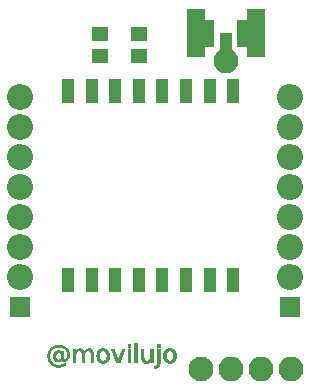
<source format=gts>
G04 #@! TF.GenerationSoftware,KiCad,Pcbnew,5.0.0-rc2-unknown-6090f90~65~ubuntu18.04.1*
G04 #@! TF.CreationDate,2018-05-28T20:14:59-06:00*
G04 #@! TF.ProjectId,wemos-01,77656D6F732D30312E6B696361645F70,rev?*
G04 #@! TF.SameCoordinates,Original*
G04 #@! TF.FileFunction,Soldermask,Top*
G04 #@! TF.FilePolarity,Negative*
%FSLAX46Y46*%
G04 Gerber Fmt 4.6, Leading zero omitted, Abs format (unit mm)*
G04 Created by KiCad (PCBNEW 5.0.0-rc2-unknown-6090f90~65~ubuntu18.04.1) date Mon May 28 20:14:59 2018*
%MOMM*%
%LPD*%
G01*
G04 APERTURE LIST*
%ADD10C,0.100000*%
%ADD11C,0.070004*%
%ADD12R,1.016000X2.032000*%
%ADD13R,1.524000X4.064000*%
%ADD14R,1.800000X1.800000*%
%ADD15O,2.200000X2.200000*%
%ADD16R,1.400000X1.295000*%
%ADD17C,2.100000*%
%ADD18O,2.100000X2.100000*%
%ADD19R,1.000000X2.000000*%
G04 APERTURE END LIST*
D10*
G04 #@! TO.C,A2*
G36*
X143816400Y-81305400D02*
X143816400Y-83642200D01*
X144730800Y-83642200D01*
X144730800Y-81305400D01*
X143816400Y-81305400D01*
G37*
G36*
X146607200Y-81305400D02*
X146607200Y-83642200D01*
X147521600Y-83642200D01*
X147521600Y-81305400D01*
X146607200Y-81305400D01*
G37*
D11*
G04 #@! TO.C,svg2mod*
G36*
X140921079Y-109288060D02*
X140906969Y-109288100D01*
X140951528Y-109127820D01*
X140981288Y-109129820D01*
X141010218Y-109132820D01*
X141038308Y-109137820D01*
X141065568Y-109143820D01*
X141091998Y-109150820D01*
X141117598Y-109158820D01*
X141142368Y-109167820D01*
X141166308Y-109178520D01*
X141189408Y-109190520D01*
X141211688Y-109203720D01*
X141233128Y-109218220D01*
X141253738Y-109234020D01*
X141273518Y-109251020D01*
X141292468Y-109269320D01*
X141310588Y-109288820D01*
X141327738Y-109309420D01*
X141343778Y-109331020D01*
X141358708Y-109353620D01*
X141372538Y-109377220D01*
X141385238Y-109401720D01*
X141396858Y-109427220D01*
X141407378Y-109453720D01*
X141416778Y-109481120D01*
X141425078Y-109509520D01*
X141432278Y-109538920D01*
X141438378Y-109569220D01*
X141443378Y-109600520D01*
X141447278Y-109632820D01*
X141450078Y-109666020D01*
X141451778Y-109700220D01*
X141452339Y-109735420D01*
X141451778Y-109770520D01*
X141450078Y-109804620D01*
X141447278Y-109837720D01*
X141443378Y-109869920D01*
X141438378Y-109901120D01*
X141432278Y-109931420D01*
X141425078Y-109960720D01*
X141416778Y-109989120D01*
X141407378Y-110016520D01*
X141396868Y-110043020D01*
X141385248Y-110068520D01*
X141372528Y-110093120D01*
X141358698Y-110116720D01*
X141343768Y-110139420D01*
X141327728Y-110161120D01*
X141310578Y-110181920D01*
X141292458Y-110201420D01*
X141273508Y-110219720D01*
X141253728Y-110236720D01*
X141233118Y-110252420D01*
X141211658Y-110266920D01*
X141189388Y-110280120D01*
X141166288Y-110292120D01*
X141142358Y-110302820D01*
X141117608Y-110311820D01*
X141092008Y-110319820D01*
X141065568Y-110326820D01*
X141038298Y-110332820D01*
X141010178Y-110336820D01*
X140981258Y-110339820D01*
X140951518Y-110341820D01*
X140920938Y-110342450D01*
X140890228Y-110341870D01*
X140860348Y-110339870D01*
X140831308Y-110336870D01*
X140803118Y-110331870D01*
X140775768Y-110325870D01*
X140749248Y-110318870D01*
X140723568Y-110310870D01*
X140698728Y-110301870D01*
X140674728Y-110291170D01*
X140651568Y-110279170D01*
X140629248Y-110265970D01*
X140607768Y-110251470D01*
X140587128Y-110235670D01*
X140567328Y-110218670D01*
X140548368Y-110200470D01*
X140530248Y-110180970D01*
X140513228Y-110160270D01*
X140497308Y-110138570D01*
X140482488Y-110115870D01*
X140468768Y-110092170D01*
X140456158Y-110067570D01*
X140444628Y-110042070D01*
X140434188Y-110015570D01*
X140424888Y-109988170D01*
X140416688Y-109959770D01*
X140409588Y-109930470D01*
X140403588Y-109900170D01*
X140398688Y-109868870D01*
X140394888Y-109836670D01*
X140392088Y-109803570D01*
X140390388Y-109769470D01*
X140389835Y-109734370D01*
X140390380Y-109699270D01*
X140391980Y-109665070D01*
X140394680Y-109631870D01*
X140398580Y-109599570D01*
X140403580Y-109568270D01*
X140409580Y-109537970D01*
X140416680Y-109508570D01*
X140424880Y-109480170D01*
X140434180Y-109452770D01*
X140444610Y-109426270D01*
X140456140Y-109400770D01*
X140468770Y-109376270D01*
X140482490Y-109352770D01*
X140497320Y-109330170D01*
X140513250Y-109308570D01*
X140530270Y-109287870D01*
X140548390Y-109268370D01*
X140567350Y-109250070D01*
X140587150Y-109233070D01*
X140607780Y-109217370D01*
X140629280Y-109202870D01*
X140651600Y-109189670D01*
X140674750Y-109177670D01*
X140698740Y-109166970D01*
X140723560Y-109157970D01*
X140749240Y-109149970D01*
X140775760Y-109142970D01*
X140803120Y-109136970D01*
X140831340Y-109132970D01*
X140860370Y-109129970D01*
X140890230Y-109127970D01*
X140920940Y-109127340D01*
X140920938Y-109127240D01*
X140951528Y-109127820D01*
X140906969Y-109288100D01*
X140883849Y-109290100D01*
X140865979Y-109292100D01*
X140848609Y-109295100D01*
X140831739Y-109299100D01*
X140815369Y-109304100D01*
X140799499Y-109310100D01*
X140784129Y-109317100D01*
X140769269Y-109325100D01*
X140754909Y-109334100D01*
X140741039Y-109344100D01*
X140727669Y-109354900D01*
X140714809Y-109366600D01*
X140702449Y-109379200D01*
X140690589Y-109392800D01*
X140679229Y-109407300D01*
X140668469Y-109422500D01*
X140658399Y-109438400D01*
X140648999Y-109455000D01*
X140640299Y-109472300D01*
X140632299Y-109490300D01*
X140624999Y-109509000D01*
X140618399Y-109528400D01*
X140612499Y-109548500D01*
X140607299Y-109569300D01*
X140602799Y-109590800D01*
X140598999Y-109613000D01*
X140595899Y-109635800D01*
X140593499Y-109659300D01*
X140591699Y-109683500D01*
X140590599Y-109708400D01*
X140590246Y-109734000D01*
X140590585Y-109759600D01*
X140591585Y-109784500D01*
X140593285Y-109808800D01*
X140595685Y-109832400D01*
X140598785Y-109855300D01*
X140602585Y-109877500D01*
X140607085Y-109899000D01*
X140612185Y-109919800D01*
X140617985Y-109939900D01*
X140624485Y-109959400D01*
X140631685Y-109978200D01*
X140639585Y-109996300D01*
X140648185Y-110013700D01*
X140657485Y-110030400D01*
X140667385Y-110046400D01*
X140678015Y-110061700D01*
X140689375Y-110076100D01*
X140701245Y-110089600D01*
X140713625Y-110102100D01*
X140726515Y-110113700D01*
X140739915Y-110124400D01*
X140753825Y-110134400D01*
X140768245Y-110143400D01*
X140783165Y-110151400D01*
X140798615Y-110158400D01*
X140814555Y-110164400D01*
X140830995Y-110169400D01*
X140847945Y-110173400D01*
X140865415Y-110176400D01*
X140883395Y-110178400D01*
X140901885Y-110179400D01*
X140920885Y-110179790D01*
X140939625Y-110179260D01*
X140957875Y-110178260D01*
X140975635Y-110176260D01*
X140992905Y-110173260D01*
X141009755Y-110169260D01*
X141026025Y-110164260D01*
X141041775Y-110158260D01*
X141057045Y-110151260D01*
X141071845Y-110143260D01*
X141086155Y-110134260D01*
X141099975Y-110124260D01*
X141113305Y-110113460D01*
X141126135Y-110101760D01*
X141138475Y-110089160D01*
X141150325Y-110075560D01*
X141161685Y-110061060D01*
X141172445Y-110045760D01*
X141182515Y-110029760D01*
X141191915Y-110013060D01*
X141200615Y-109995660D01*
X141208615Y-109977660D01*
X141215915Y-109958960D01*
X141222515Y-109939560D01*
X141228415Y-109919460D01*
X141233615Y-109898760D01*
X141238115Y-109877360D01*
X141241915Y-109855260D01*
X141245015Y-109832460D01*
X141247415Y-109809060D01*
X141249215Y-109784860D01*
X141250315Y-109760060D01*
X141250671Y-109734560D01*
X141250316Y-109709160D01*
X141249216Y-109684460D01*
X141247416Y-109660460D01*
X141245016Y-109637060D01*
X141241916Y-109614360D01*
X141238116Y-109592360D01*
X141233616Y-109571060D01*
X141228416Y-109550360D01*
X141222516Y-109530360D01*
X141215916Y-109511060D01*
X141208616Y-109492360D01*
X141200616Y-109474360D01*
X141191916Y-109457060D01*
X141182516Y-109440360D01*
X141172456Y-109424360D01*
X141161706Y-109409060D01*
X141150346Y-109394360D01*
X141138496Y-109380660D01*
X141126156Y-109367960D01*
X141113326Y-109356160D01*
X141099996Y-109345260D01*
X141086176Y-109335260D01*
X141071866Y-109326260D01*
X141057056Y-109318260D01*
X141041756Y-109311260D01*
X141025966Y-109305260D01*
X141009686Y-109300260D01*
X140992916Y-109296260D01*
X140975656Y-109293260D01*
X140957896Y-109290260D01*
X140939636Y-109288260D01*
X140920886Y-109287730D01*
X140920885Y-109287730D01*
X140920884Y-109287730D01*
X140920883Y-109287730D01*
X140920901Y-109287980D01*
X140920919Y-109288230D01*
X140920938Y-109288480D01*
X140921079Y-109288060D01*
X140921079Y-109288060D01*
G37*
X140921079Y-109288060D02*
X140906969Y-109288100D01*
X140951528Y-109127820D01*
X140981288Y-109129820D01*
X141010218Y-109132820D01*
X141038308Y-109137820D01*
X141065568Y-109143820D01*
X141091998Y-109150820D01*
X141117598Y-109158820D01*
X141142368Y-109167820D01*
X141166308Y-109178520D01*
X141189408Y-109190520D01*
X141211688Y-109203720D01*
X141233128Y-109218220D01*
X141253738Y-109234020D01*
X141273518Y-109251020D01*
X141292468Y-109269320D01*
X141310588Y-109288820D01*
X141327738Y-109309420D01*
X141343778Y-109331020D01*
X141358708Y-109353620D01*
X141372538Y-109377220D01*
X141385238Y-109401720D01*
X141396858Y-109427220D01*
X141407378Y-109453720D01*
X141416778Y-109481120D01*
X141425078Y-109509520D01*
X141432278Y-109538920D01*
X141438378Y-109569220D01*
X141443378Y-109600520D01*
X141447278Y-109632820D01*
X141450078Y-109666020D01*
X141451778Y-109700220D01*
X141452339Y-109735420D01*
X141451778Y-109770520D01*
X141450078Y-109804620D01*
X141447278Y-109837720D01*
X141443378Y-109869920D01*
X141438378Y-109901120D01*
X141432278Y-109931420D01*
X141425078Y-109960720D01*
X141416778Y-109989120D01*
X141407378Y-110016520D01*
X141396868Y-110043020D01*
X141385248Y-110068520D01*
X141372528Y-110093120D01*
X141358698Y-110116720D01*
X141343768Y-110139420D01*
X141327728Y-110161120D01*
X141310578Y-110181920D01*
X141292458Y-110201420D01*
X141273508Y-110219720D01*
X141253728Y-110236720D01*
X141233118Y-110252420D01*
X141211658Y-110266920D01*
X141189388Y-110280120D01*
X141166288Y-110292120D01*
X141142358Y-110302820D01*
X141117608Y-110311820D01*
X141092008Y-110319820D01*
X141065568Y-110326820D01*
X141038298Y-110332820D01*
X141010178Y-110336820D01*
X140981258Y-110339820D01*
X140951518Y-110341820D01*
X140920938Y-110342450D01*
X140890228Y-110341870D01*
X140860348Y-110339870D01*
X140831308Y-110336870D01*
X140803118Y-110331870D01*
X140775768Y-110325870D01*
X140749248Y-110318870D01*
X140723568Y-110310870D01*
X140698728Y-110301870D01*
X140674728Y-110291170D01*
X140651568Y-110279170D01*
X140629248Y-110265970D01*
X140607768Y-110251470D01*
X140587128Y-110235670D01*
X140567328Y-110218670D01*
X140548368Y-110200470D01*
X140530248Y-110180970D01*
X140513228Y-110160270D01*
X140497308Y-110138570D01*
X140482488Y-110115870D01*
X140468768Y-110092170D01*
X140456158Y-110067570D01*
X140444628Y-110042070D01*
X140434188Y-110015570D01*
X140424888Y-109988170D01*
X140416688Y-109959770D01*
X140409588Y-109930470D01*
X140403588Y-109900170D01*
X140398688Y-109868870D01*
X140394888Y-109836670D01*
X140392088Y-109803570D01*
X140390388Y-109769470D01*
X140389835Y-109734370D01*
X140390380Y-109699270D01*
X140391980Y-109665070D01*
X140394680Y-109631870D01*
X140398580Y-109599570D01*
X140403580Y-109568270D01*
X140409580Y-109537970D01*
X140416680Y-109508570D01*
X140424880Y-109480170D01*
X140434180Y-109452770D01*
X140444610Y-109426270D01*
X140456140Y-109400770D01*
X140468770Y-109376270D01*
X140482490Y-109352770D01*
X140497320Y-109330170D01*
X140513250Y-109308570D01*
X140530270Y-109287870D01*
X140548390Y-109268370D01*
X140567350Y-109250070D01*
X140587150Y-109233070D01*
X140607780Y-109217370D01*
X140629280Y-109202870D01*
X140651600Y-109189670D01*
X140674750Y-109177670D01*
X140698740Y-109166970D01*
X140723560Y-109157970D01*
X140749240Y-109149970D01*
X140775760Y-109142970D01*
X140803120Y-109136970D01*
X140831340Y-109132970D01*
X140860370Y-109129970D01*
X140890230Y-109127970D01*
X140920940Y-109127340D01*
X140920938Y-109127240D01*
X140951528Y-109127820D01*
X140906969Y-109288100D01*
X140883849Y-109290100D01*
X140865979Y-109292100D01*
X140848609Y-109295100D01*
X140831739Y-109299100D01*
X140815369Y-109304100D01*
X140799499Y-109310100D01*
X140784129Y-109317100D01*
X140769269Y-109325100D01*
X140754909Y-109334100D01*
X140741039Y-109344100D01*
X140727669Y-109354900D01*
X140714809Y-109366600D01*
X140702449Y-109379200D01*
X140690589Y-109392800D01*
X140679229Y-109407300D01*
X140668469Y-109422500D01*
X140658399Y-109438400D01*
X140648999Y-109455000D01*
X140640299Y-109472300D01*
X140632299Y-109490300D01*
X140624999Y-109509000D01*
X140618399Y-109528400D01*
X140612499Y-109548500D01*
X140607299Y-109569300D01*
X140602799Y-109590800D01*
X140598999Y-109613000D01*
X140595899Y-109635800D01*
X140593499Y-109659300D01*
X140591699Y-109683500D01*
X140590599Y-109708400D01*
X140590246Y-109734000D01*
X140590585Y-109759600D01*
X140591585Y-109784500D01*
X140593285Y-109808800D01*
X140595685Y-109832400D01*
X140598785Y-109855300D01*
X140602585Y-109877500D01*
X140607085Y-109899000D01*
X140612185Y-109919800D01*
X140617985Y-109939900D01*
X140624485Y-109959400D01*
X140631685Y-109978200D01*
X140639585Y-109996300D01*
X140648185Y-110013700D01*
X140657485Y-110030400D01*
X140667385Y-110046400D01*
X140678015Y-110061700D01*
X140689375Y-110076100D01*
X140701245Y-110089600D01*
X140713625Y-110102100D01*
X140726515Y-110113700D01*
X140739915Y-110124400D01*
X140753825Y-110134400D01*
X140768245Y-110143400D01*
X140783165Y-110151400D01*
X140798615Y-110158400D01*
X140814555Y-110164400D01*
X140830995Y-110169400D01*
X140847945Y-110173400D01*
X140865415Y-110176400D01*
X140883395Y-110178400D01*
X140901885Y-110179400D01*
X140920885Y-110179790D01*
X140939625Y-110179260D01*
X140957875Y-110178260D01*
X140975635Y-110176260D01*
X140992905Y-110173260D01*
X141009755Y-110169260D01*
X141026025Y-110164260D01*
X141041775Y-110158260D01*
X141057045Y-110151260D01*
X141071845Y-110143260D01*
X141086155Y-110134260D01*
X141099975Y-110124260D01*
X141113305Y-110113460D01*
X141126135Y-110101760D01*
X141138475Y-110089160D01*
X141150325Y-110075560D01*
X141161685Y-110061060D01*
X141172445Y-110045760D01*
X141182515Y-110029760D01*
X141191915Y-110013060D01*
X141200615Y-109995660D01*
X141208615Y-109977660D01*
X141215915Y-109958960D01*
X141222515Y-109939560D01*
X141228415Y-109919460D01*
X141233615Y-109898760D01*
X141238115Y-109877360D01*
X141241915Y-109855260D01*
X141245015Y-109832460D01*
X141247415Y-109809060D01*
X141249215Y-109784860D01*
X141250315Y-109760060D01*
X141250671Y-109734560D01*
X141250316Y-109709160D01*
X141249216Y-109684460D01*
X141247416Y-109660460D01*
X141245016Y-109637060D01*
X141241916Y-109614360D01*
X141238116Y-109592360D01*
X141233616Y-109571060D01*
X141228416Y-109550360D01*
X141222516Y-109530360D01*
X141215916Y-109511060D01*
X141208616Y-109492360D01*
X141200616Y-109474360D01*
X141191916Y-109457060D01*
X141182516Y-109440360D01*
X141172456Y-109424360D01*
X141161706Y-109409060D01*
X141150346Y-109394360D01*
X141138496Y-109380660D01*
X141126156Y-109367960D01*
X141113326Y-109356160D01*
X141099996Y-109345260D01*
X141086176Y-109335260D01*
X141071866Y-109326260D01*
X141057056Y-109318260D01*
X141041756Y-109311260D01*
X141025966Y-109305260D01*
X141009686Y-109300260D01*
X140992916Y-109296260D01*
X140975656Y-109293260D01*
X140957896Y-109290260D01*
X140939636Y-109288260D01*
X140920886Y-109287730D01*
X140920885Y-109287730D01*
X140920884Y-109287730D01*
X140920883Y-109287730D01*
X140920901Y-109287980D01*
X140920919Y-109288230D01*
X140920938Y-109288480D01*
X140921079Y-109288060D01*
G36*
X139885483Y-109154730D02*
X139886281Y-108778280D01*
X139933821Y-108778280D01*
X139981361Y-108778280D01*
X140028901Y-108778280D01*
X140076441Y-108778280D01*
X140076441Y-108838480D01*
X140076441Y-108898680D01*
X140076441Y-108958880D01*
X140076441Y-109019080D01*
X140028901Y-109019080D01*
X139981361Y-109019080D01*
X139933821Y-109019080D01*
X139886281Y-109019080D01*
X139886281Y-108958880D01*
X139886281Y-108898680D01*
X139886281Y-108838480D01*
X139886281Y-108778280D01*
X139885483Y-109154730D01*
X139897373Y-109154730D01*
X139909253Y-109154730D01*
X139921133Y-109154730D01*
X139933023Y-109154730D01*
X139944903Y-109154730D01*
X139956783Y-109154730D01*
X139968663Y-109154730D01*
X139980553Y-109154730D01*
X139992433Y-109154730D01*
X140004313Y-109154730D01*
X140016203Y-109154730D01*
X140028083Y-109154730D01*
X140039963Y-109154730D01*
X140051853Y-109154730D01*
X140063733Y-109154730D01*
X140075613Y-109154730D01*
X140075613Y-109228330D01*
X140075613Y-109301930D01*
X140075613Y-109375530D01*
X140075613Y-109449130D01*
X140075613Y-109522730D01*
X140075613Y-109596330D01*
X140075613Y-109669930D01*
X140075613Y-109743530D01*
X140075613Y-109817130D01*
X140075613Y-109890730D01*
X140075613Y-109964330D01*
X140075613Y-110037930D01*
X140075613Y-110111530D01*
X140075613Y-110185130D01*
X140075613Y-110258730D01*
X140075613Y-110332330D01*
X140075277Y-110359530D01*
X140074277Y-110385730D01*
X140072577Y-110411030D01*
X140070277Y-110435330D01*
X140067277Y-110458730D01*
X140063677Y-110481130D01*
X140059377Y-110502530D01*
X140054377Y-110523030D01*
X140048777Y-110542630D01*
X140042477Y-110561230D01*
X140035577Y-110578930D01*
X140027977Y-110595630D01*
X140019677Y-110611330D01*
X140010777Y-110626130D01*
X140001177Y-110639930D01*
X139990907Y-110652830D01*
X139980037Y-110664830D01*
X139968357Y-110676030D01*
X139955877Y-110686530D01*
X139942587Y-110696530D01*
X139928487Y-110705530D01*
X139913577Y-110713530D01*
X139897867Y-110720530D01*
X139881347Y-110727530D01*
X139864057Y-110733530D01*
X139845917Y-110738530D01*
X139826957Y-110742530D01*
X139807187Y-110745530D01*
X139786637Y-110748530D01*
X139765267Y-110750530D01*
X139743097Y-110751530D01*
X139720117Y-110751890D01*
X139715617Y-110751890D01*
X139711117Y-110751890D01*
X139706617Y-110751890D01*
X139702117Y-110751890D01*
X139697617Y-110751890D01*
X139693117Y-110751890D01*
X139688617Y-110751890D01*
X139684117Y-110751890D01*
X139679617Y-110751890D01*
X139675117Y-110751890D01*
X139670617Y-110751890D01*
X139666117Y-110751890D01*
X139661617Y-110751890D01*
X139657117Y-110751890D01*
X139652617Y-110751890D01*
X139648117Y-110751890D01*
X139648117Y-110741790D01*
X139648117Y-110731690D01*
X139648117Y-110721590D01*
X139648117Y-110711490D01*
X139648117Y-110701390D01*
X139648117Y-110691290D01*
X139648117Y-110681190D01*
X139648117Y-110671090D01*
X139648117Y-110660990D01*
X139648117Y-110650890D01*
X139648117Y-110640790D01*
X139648117Y-110630690D01*
X139648117Y-110620590D01*
X139648117Y-110610490D01*
X139648117Y-110600390D01*
X139648117Y-110590290D01*
X139651317Y-110590290D01*
X139654517Y-110590290D01*
X139657717Y-110590290D01*
X139660917Y-110590290D01*
X139664117Y-110590290D01*
X139667317Y-110590290D01*
X139670517Y-110590290D01*
X139673717Y-110590290D01*
X139676917Y-110590290D01*
X139680117Y-110590290D01*
X139683317Y-110590290D01*
X139686517Y-110590290D01*
X139689717Y-110590290D01*
X139692917Y-110590290D01*
X139696117Y-110590290D01*
X139699317Y-110590290D01*
X139712617Y-110590100D01*
X139725367Y-110589540D01*
X139737577Y-110588600D01*
X139749247Y-110587600D01*
X139760377Y-110585600D01*
X139770967Y-110583600D01*
X139781017Y-110581600D01*
X139790517Y-110578600D01*
X139799517Y-110575600D01*
X139807917Y-110571600D01*
X139815817Y-110567600D01*
X139823117Y-110562600D01*
X139829717Y-110557600D01*
X139836017Y-110552600D01*
X139841817Y-110546600D01*
X139847017Y-110540600D01*
X139851717Y-110533600D01*
X139856217Y-110526600D01*
X139860417Y-110518600D01*
X139864217Y-110509600D01*
X139867717Y-110499600D01*
X139870917Y-110488700D01*
X139873817Y-110477000D01*
X139876417Y-110464400D01*
X139878717Y-110451000D01*
X139880717Y-110436700D01*
X139882417Y-110421600D01*
X139883817Y-110405700D01*
X139884917Y-110388900D01*
X139885696Y-110371300D01*
X139886157Y-110352800D01*
X139886309Y-110333400D01*
X139886309Y-110259800D01*
X139886310Y-110186200D01*
X139886310Y-110112600D01*
X139886311Y-110039000D01*
X139886312Y-109965400D01*
X139886312Y-109891800D01*
X139886313Y-109818200D01*
X139886314Y-109744600D01*
X139886315Y-109671000D01*
X139886315Y-109597400D01*
X139886316Y-109523800D01*
X139886317Y-109450200D01*
X139886305Y-109376400D01*
X139886293Y-109302700D01*
X139886281Y-109228900D01*
X139885483Y-109154730D01*
X139885483Y-109154730D01*
G37*
X139885483Y-109154730D02*
X139886281Y-108778280D01*
X139933821Y-108778280D01*
X139981361Y-108778280D01*
X140028901Y-108778280D01*
X140076441Y-108778280D01*
X140076441Y-108838480D01*
X140076441Y-108898680D01*
X140076441Y-108958880D01*
X140076441Y-109019080D01*
X140028901Y-109019080D01*
X139981361Y-109019080D01*
X139933821Y-109019080D01*
X139886281Y-109019080D01*
X139886281Y-108958880D01*
X139886281Y-108898680D01*
X139886281Y-108838480D01*
X139886281Y-108778280D01*
X139885483Y-109154730D01*
X139897373Y-109154730D01*
X139909253Y-109154730D01*
X139921133Y-109154730D01*
X139933023Y-109154730D01*
X139944903Y-109154730D01*
X139956783Y-109154730D01*
X139968663Y-109154730D01*
X139980553Y-109154730D01*
X139992433Y-109154730D01*
X140004313Y-109154730D01*
X140016203Y-109154730D01*
X140028083Y-109154730D01*
X140039963Y-109154730D01*
X140051853Y-109154730D01*
X140063733Y-109154730D01*
X140075613Y-109154730D01*
X140075613Y-109228330D01*
X140075613Y-109301930D01*
X140075613Y-109375530D01*
X140075613Y-109449130D01*
X140075613Y-109522730D01*
X140075613Y-109596330D01*
X140075613Y-109669930D01*
X140075613Y-109743530D01*
X140075613Y-109817130D01*
X140075613Y-109890730D01*
X140075613Y-109964330D01*
X140075613Y-110037930D01*
X140075613Y-110111530D01*
X140075613Y-110185130D01*
X140075613Y-110258730D01*
X140075613Y-110332330D01*
X140075277Y-110359530D01*
X140074277Y-110385730D01*
X140072577Y-110411030D01*
X140070277Y-110435330D01*
X140067277Y-110458730D01*
X140063677Y-110481130D01*
X140059377Y-110502530D01*
X140054377Y-110523030D01*
X140048777Y-110542630D01*
X140042477Y-110561230D01*
X140035577Y-110578930D01*
X140027977Y-110595630D01*
X140019677Y-110611330D01*
X140010777Y-110626130D01*
X140001177Y-110639930D01*
X139990907Y-110652830D01*
X139980037Y-110664830D01*
X139968357Y-110676030D01*
X139955877Y-110686530D01*
X139942587Y-110696530D01*
X139928487Y-110705530D01*
X139913577Y-110713530D01*
X139897867Y-110720530D01*
X139881347Y-110727530D01*
X139864057Y-110733530D01*
X139845917Y-110738530D01*
X139826957Y-110742530D01*
X139807187Y-110745530D01*
X139786637Y-110748530D01*
X139765267Y-110750530D01*
X139743097Y-110751530D01*
X139720117Y-110751890D01*
X139715617Y-110751890D01*
X139711117Y-110751890D01*
X139706617Y-110751890D01*
X139702117Y-110751890D01*
X139697617Y-110751890D01*
X139693117Y-110751890D01*
X139688617Y-110751890D01*
X139684117Y-110751890D01*
X139679617Y-110751890D01*
X139675117Y-110751890D01*
X139670617Y-110751890D01*
X139666117Y-110751890D01*
X139661617Y-110751890D01*
X139657117Y-110751890D01*
X139652617Y-110751890D01*
X139648117Y-110751890D01*
X139648117Y-110741790D01*
X139648117Y-110731690D01*
X139648117Y-110721590D01*
X139648117Y-110711490D01*
X139648117Y-110701390D01*
X139648117Y-110691290D01*
X139648117Y-110681190D01*
X139648117Y-110671090D01*
X139648117Y-110660990D01*
X139648117Y-110650890D01*
X139648117Y-110640790D01*
X139648117Y-110630690D01*
X139648117Y-110620590D01*
X139648117Y-110610490D01*
X139648117Y-110600390D01*
X139648117Y-110590290D01*
X139651317Y-110590290D01*
X139654517Y-110590290D01*
X139657717Y-110590290D01*
X139660917Y-110590290D01*
X139664117Y-110590290D01*
X139667317Y-110590290D01*
X139670517Y-110590290D01*
X139673717Y-110590290D01*
X139676917Y-110590290D01*
X139680117Y-110590290D01*
X139683317Y-110590290D01*
X139686517Y-110590290D01*
X139689717Y-110590290D01*
X139692917Y-110590290D01*
X139696117Y-110590290D01*
X139699317Y-110590290D01*
X139712617Y-110590100D01*
X139725367Y-110589540D01*
X139737577Y-110588600D01*
X139749247Y-110587600D01*
X139760377Y-110585600D01*
X139770967Y-110583600D01*
X139781017Y-110581600D01*
X139790517Y-110578600D01*
X139799517Y-110575600D01*
X139807917Y-110571600D01*
X139815817Y-110567600D01*
X139823117Y-110562600D01*
X139829717Y-110557600D01*
X139836017Y-110552600D01*
X139841817Y-110546600D01*
X139847017Y-110540600D01*
X139851717Y-110533600D01*
X139856217Y-110526600D01*
X139860417Y-110518600D01*
X139864217Y-110509600D01*
X139867717Y-110499600D01*
X139870917Y-110488700D01*
X139873817Y-110477000D01*
X139876417Y-110464400D01*
X139878717Y-110451000D01*
X139880717Y-110436700D01*
X139882417Y-110421600D01*
X139883817Y-110405700D01*
X139884917Y-110388900D01*
X139885696Y-110371300D01*
X139886157Y-110352800D01*
X139886309Y-110333400D01*
X139886309Y-110259800D01*
X139886310Y-110186200D01*
X139886310Y-110112600D01*
X139886311Y-110039000D01*
X139886312Y-109965400D01*
X139886312Y-109891800D01*
X139886313Y-109818200D01*
X139886314Y-109744600D01*
X139886315Y-109671000D01*
X139886315Y-109597400D01*
X139886316Y-109523800D01*
X139886317Y-109450200D01*
X139886305Y-109376400D01*
X139886293Y-109302700D01*
X139886281Y-109228900D01*
X139885483Y-109154730D01*
G36*
X138522259Y-109855460D02*
X138522259Y-109811660D01*
X138522259Y-109767860D01*
X138522259Y-109724060D01*
X138522259Y-109680260D01*
X138522259Y-109636460D01*
X138522259Y-109592660D01*
X138522259Y-109548860D01*
X138522259Y-109505060D01*
X138522259Y-109461260D01*
X138522259Y-109417460D01*
X138522259Y-109373660D01*
X138522259Y-109329860D01*
X138522259Y-109286060D01*
X138522259Y-109242260D01*
X138522259Y-109198460D01*
X138522259Y-109154660D01*
X138534139Y-109154660D01*
X138546019Y-109154660D01*
X138557909Y-109154660D01*
X138569789Y-109154660D01*
X138581669Y-109154660D01*
X138593559Y-109154660D01*
X138605439Y-109154660D01*
X138617319Y-109154660D01*
X138629199Y-109154660D01*
X138641089Y-109154660D01*
X138652969Y-109154660D01*
X138664849Y-109154660D01*
X138676739Y-109154660D01*
X138688619Y-109154660D01*
X138700499Y-109154660D01*
X138712379Y-109154660D01*
X138712379Y-109197960D01*
X138712379Y-109241260D01*
X138712379Y-109284560D01*
X138712379Y-109327860D01*
X138712379Y-109371160D01*
X138712379Y-109414560D01*
X138712379Y-109457860D01*
X138712379Y-109501160D01*
X138712379Y-109544460D01*
X138712379Y-109587760D01*
X138712379Y-109631060D01*
X138712379Y-109674360D01*
X138712379Y-109717660D01*
X138712379Y-109761060D01*
X138712379Y-109804360D01*
X138712379Y-109847660D01*
X138712624Y-109867860D01*
X138713366Y-109887460D01*
X138714566Y-109906460D01*
X138716366Y-109924760D01*
X138718666Y-109942460D01*
X138721466Y-109959460D01*
X138724666Y-109975860D01*
X138728366Y-109991660D01*
X138732566Y-110006760D01*
X138737366Y-110021260D01*
X138742666Y-110035060D01*
X138748466Y-110048260D01*
X138754766Y-110060860D01*
X138761566Y-110072760D01*
X138768766Y-110084060D01*
X138776466Y-110094660D01*
X138784766Y-110104660D01*
X138793566Y-110113660D01*
X138802866Y-110122660D01*
X138812666Y-110130660D01*
X138822926Y-110137660D01*
X138833686Y-110144660D01*
X138844946Y-110150660D01*
X138856706Y-110155660D01*
X138868996Y-110160660D01*
X138881756Y-110164660D01*
X138895006Y-110168660D01*
X138908766Y-110171660D01*
X138923006Y-110173660D01*
X138937776Y-110175660D01*
X138953056Y-110176590D01*
X138968836Y-110176890D01*
X138987836Y-110176510D01*
X139006326Y-110175510D01*
X139024306Y-110173510D01*
X139041776Y-110170510D01*
X139058736Y-110167510D01*
X139075186Y-110163510D01*
X139091126Y-110158510D01*
X139106566Y-110152510D01*
X139121466Y-110145510D01*
X139135886Y-110138510D01*
X139149806Y-110130510D01*
X139163216Y-110121510D01*
X139176106Y-110111510D01*
X139188486Y-110101110D01*
X139200356Y-110090010D01*
X139211716Y-110078110D01*
X139222606Y-110065510D01*
X139232796Y-110052410D01*
X139242296Y-110038710D01*
X139251096Y-110024410D01*
X139259196Y-110009610D01*
X139266596Y-109994310D01*
X139273296Y-109978410D01*
X139279296Y-109961910D01*
X139284596Y-109944910D01*
X139289196Y-109927310D01*
X139293096Y-109909210D01*
X139296296Y-109890510D01*
X139298796Y-109871310D01*
X139300496Y-109851510D01*
X139301496Y-109831110D01*
X139301844Y-109810210D01*
X139301844Y-109769210D01*
X139301844Y-109728210D01*
X139301844Y-109687210D01*
X139301844Y-109646210D01*
X139301844Y-109605210D01*
X139301844Y-109564210D01*
X139301844Y-109523210D01*
X139301844Y-109482210D01*
X139301844Y-109441210D01*
X139301844Y-109400210D01*
X139301844Y-109359210D01*
X139301844Y-109318210D01*
X139301844Y-109277210D01*
X139301844Y-109236210D01*
X139301844Y-109195210D01*
X139301844Y-109154210D01*
X139313724Y-109154210D01*
X139325614Y-109154210D01*
X139337494Y-109154210D01*
X139349374Y-109154210D01*
X139361254Y-109154210D01*
X139373144Y-109154210D01*
X139385024Y-109154210D01*
X139396904Y-109154210D01*
X139408794Y-109154210D01*
X139420674Y-109154210D01*
X139432554Y-109154210D01*
X139444434Y-109154210D01*
X139456324Y-109154210D01*
X139468204Y-109154210D01*
X139480084Y-109154210D01*
X139491974Y-109154210D01*
X139491974Y-109226610D01*
X139491974Y-109298910D01*
X139491974Y-109371210D01*
X139491974Y-109443610D01*
X139491974Y-109515910D01*
X139491974Y-109588210D01*
X139491974Y-109660610D01*
X139491974Y-109732910D01*
X139491974Y-109805310D01*
X139491974Y-109877610D01*
X139491974Y-109949910D01*
X139491974Y-110022310D01*
X139491974Y-110094610D01*
X139491974Y-110167010D01*
X139491974Y-110239310D01*
X139491974Y-110311610D01*
X139480084Y-110311610D01*
X139468204Y-110311610D01*
X139456324Y-110311610D01*
X139444434Y-110311610D01*
X139432554Y-110311610D01*
X139420674Y-110311610D01*
X139408794Y-110311610D01*
X139396904Y-110311610D01*
X139385024Y-110311610D01*
X139373144Y-110311610D01*
X139361254Y-110311610D01*
X139349374Y-110311610D01*
X139337494Y-110311610D01*
X139325614Y-110311610D01*
X139313724Y-110311610D01*
X139301844Y-110311610D01*
X139301844Y-110300510D01*
X139301844Y-110289410D01*
X139301844Y-110278310D01*
X139301844Y-110267210D01*
X139301844Y-110256110D01*
X139301844Y-110245010D01*
X139301844Y-110233910D01*
X139301844Y-110222810D01*
X139301844Y-110211710D01*
X139301844Y-110200610D01*
X139301844Y-110189510D01*
X139301844Y-110178410D01*
X139301844Y-110167310D01*
X139301844Y-110156210D01*
X139301844Y-110145110D01*
X139301844Y-110134010D01*
X139293144Y-110147010D01*
X139284244Y-110159610D01*
X139275144Y-110171710D01*
X139265844Y-110183410D01*
X139256444Y-110194710D01*
X139246844Y-110205610D01*
X139237044Y-110216010D01*
X139227044Y-110226010D01*
X139216874Y-110236010D01*
X139206524Y-110245010D01*
X139196004Y-110254010D01*
X139185304Y-110262010D01*
X139174414Y-110270010D01*
X139163364Y-110278010D01*
X139152144Y-110285010D01*
X139140744Y-110292010D01*
X139129254Y-110298010D01*
X139117534Y-110304010D01*
X139105584Y-110309010D01*
X139093394Y-110314010D01*
X139081014Y-110319010D01*
X139068354Y-110323010D01*
X139055444Y-110327010D01*
X139042304Y-110330010D01*
X139028964Y-110333010D01*
X139015364Y-110335010D01*
X139001524Y-110337010D01*
X138987454Y-110339010D01*
X138973154Y-110340010D01*
X138958624Y-110340950D01*
X138943864Y-110341510D01*
X138928864Y-110341700D01*
X138904304Y-110341150D01*
X138880494Y-110339150D01*
X138857434Y-110336150D01*
X138835124Y-110333150D01*
X138813564Y-110329150D01*
X138792764Y-110324150D01*
X138772714Y-110318150D01*
X138753414Y-110311150D01*
X138734874Y-110303150D01*
X138717074Y-110294150D01*
X138700014Y-110283950D01*
X138683714Y-110272850D01*
X138668144Y-110260750D01*
X138653354Y-110247650D01*
X138639324Y-110233550D01*
X138626044Y-110218550D01*
X138613524Y-110202550D01*
X138601814Y-110185750D01*
X138590914Y-110168050D01*
X138580824Y-110149350D01*
X138571524Y-110129850D01*
X138563024Y-110109450D01*
X138555324Y-110088150D01*
X138548424Y-110065950D01*
X138542324Y-110042850D01*
X138537124Y-110018850D01*
X138532724Y-109993950D01*
X138529124Y-109968050D01*
X138526324Y-109941350D01*
X138524324Y-109913750D01*
X138523124Y-109885250D01*
X138522713Y-109855850D01*
X138522713Y-109855860D01*
X138522712Y-109855860D01*
X138522712Y-109855870D01*
X138522711Y-109855880D01*
X138522711Y-109855890D01*
X138522710Y-109855890D01*
X138522710Y-109855900D01*
X138522710Y-109855910D01*
X138522709Y-109855910D01*
X138522709Y-109855920D01*
X138522732Y-109856170D01*
X138522756Y-109856420D01*
X138522779Y-109856670D01*
X138522259Y-109855460D01*
X138522259Y-109855460D01*
G37*
X138522259Y-109855460D02*
X138522259Y-109811660D01*
X138522259Y-109767860D01*
X138522259Y-109724060D01*
X138522259Y-109680260D01*
X138522259Y-109636460D01*
X138522259Y-109592660D01*
X138522259Y-109548860D01*
X138522259Y-109505060D01*
X138522259Y-109461260D01*
X138522259Y-109417460D01*
X138522259Y-109373660D01*
X138522259Y-109329860D01*
X138522259Y-109286060D01*
X138522259Y-109242260D01*
X138522259Y-109198460D01*
X138522259Y-109154660D01*
X138534139Y-109154660D01*
X138546019Y-109154660D01*
X138557909Y-109154660D01*
X138569789Y-109154660D01*
X138581669Y-109154660D01*
X138593559Y-109154660D01*
X138605439Y-109154660D01*
X138617319Y-109154660D01*
X138629199Y-109154660D01*
X138641089Y-109154660D01*
X138652969Y-109154660D01*
X138664849Y-109154660D01*
X138676739Y-109154660D01*
X138688619Y-109154660D01*
X138700499Y-109154660D01*
X138712379Y-109154660D01*
X138712379Y-109197960D01*
X138712379Y-109241260D01*
X138712379Y-109284560D01*
X138712379Y-109327860D01*
X138712379Y-109371160D01*
X138712379Y-109414560D01*
X138712379Y-109457860D01*
X138712379Y-109501160D01*
X138712379Y-109544460D01*
X138712379Y-109587760D01*
X138712379Y-109631060D01*
X138712379Y-109674360D01*
X138712379Y-109717660D01*
X138712379Y-109761060D01*
X138712379Y-109804360D01*
X138712379Y-109847660D01*
X138712624Y-109867860D01*
X138713366Y-109887460D01*
X138714566Y-109906460D01*
X138716366Y-109924760D01*
X138718666Y-109942460D01*
X138721466Y-109959460D01*
X138724666Y-109975860D01*
X138728366Y-109991660D01*
X138732566Y-110006760D01*
X138737366Y-110021260D01*
X138742666Y-110035060D01*
X138748466Y-110048260D01*
X138754766Y-110060860D01*
X138761566Y-110072760D01*
X138768766Y-110084060D01*
X138776466Y-110094660D01*
X138784766Y-110104660D01*
X138793566Y-110113660D01*
X138802866Y-110122660D01*
X138812666Y-110130660D01*
X138822926Y-110137660D01*
X138833686Y-110144660D01*
X138844946Y-110150660D01*
X138856706Y-110155660D01*
X138868996Y-110160660D01*
X138881756Y-110164660D01*
X138895006Y-110168660D01*
X138908766Y-110171660D01*
X138923006Y-110173660D01*
X138937776Y-110175660D01*
X138953056Y-110176590D01*
X138968836Y-110176890D01*
X138987836Y-110176510D01*
X139006326Y-110175510D01*
X139024306Y-110173510D01*
X139041776Y-110170510D01*
X139058736Y-110167510D01*
X139075186Y-110163510D01*
X139091126Y-110158510D01*
X139106566Y-110152510D01*
X139121466Y-110145510D01*
X139135886Y-110138510D01*
X139149806Y-110130510D01*
X139163216Y-110121510D01*
X139176106Y-110111510D01*
X139188486Y-110101110D01*
X139200356Y-110090010D01*
X139211716Y-110078110D01*
X139222606Y-110065510D01*
X139232796Y-110052410D01*
X139242296Y-110038710D01*
X139251096Y-110024410D01*
X139259196Y-110009610D01*
X139266596Y-109994310D01*
X139273296Y-109978410D01*
X139279296Y-109961910D01*
X139284596Y-109944910D01*
X139289196Y-109927310D01*
X139293096Y-109909210D01*
X139296296Y-109890510D01*
X139298796Y-109871310D01*
X139300496Y-109851510D01*
X139301496Y-109831110D01*
X139301844Y-109810210D01*
X139301844Y-109769210D01*
X139301844Y-109728210D01*
X139301844Y-109687210D01*
X139301844Y-109646210D01*
X139301844Y-109605210D01*
X139301844Y-109564210D01*
X139301844Y-109523210D01*
X139301844Y-109482210D01*
X139301844Y-109441210D01*
X139301844Y-109400210D01*
X139301844Y-109359210D01*
X139301844Y-109318210D01*
X139301844Y-109277210D01*
X139301844Y-109236210D01*
X139301844Y-109195210D01*
X139301844Y-109154210D01*
X139313724Y-109154210D01*
X139325614Y-109154210D01*
X139337494Y-109154210D01*
X139349374Y-109154210D01*
X139361254Y-109154210D01*
X139373144Y-109154210D01*
X139385024Y-109154210D01*
X139396904Y-109154210D01*
X139408794Y-109154210D01*
X139420674Y-109154210D01*
X139432554Y-109154210D01*
X139444434Y-109154210D01*
X139456324Y-109154210D01*
X139468204Y-109154210D01*
X139480084Y-109154210D01*
X139491974Y-109154210D01*
X139491974Y-109226610D01*
X139491974Y-109298910D01*
X139491974Y-109371210D01*
X139491974Y-109443610D01*
X139491974Y-109515910D01*
X139491974Y-109588210D01*
X139491974Y-109660610D01*
X139491974Y-109732910D01*
X139491974Y-109805310D01*
X139491974Y-109877610D01*
X139491974Y-109949910D01*
X139491974Y-110022310D01*
X139491974Y-110094610D01*
X139491974Y-110167010D01*
X139491974Y-110239310D01*
X139491974Y-110311610D01*
X139480084Y-110311610D01*
X139468204Y-110311610D01*
X139456324Y-110311610D01*
X139444434Y-110311610D01*
X139432554Y-110311610D01*
X139420674Y-110311610D01*
X139408794Y-110311610D01*
X139396904Y-110311610D01*
X139385024Y-110311610D01*
X139373144Y-110311610D01*
X139361254Y-110311610D01*
X139349374Y-110311610D01*
X139337494Y-110311610D01*
X139325614Y-110311610D01*
X139313724Y-110311610D01*
X139301844Y-110311610D01*
X139301844Y-110300510D01*
X139301844Y-110289410D01*
X139301844Y-110278310D01*
X139301844Y-110267210D01*
X139301844Y-110256110D01*
X139301844Y-110245010D01*
X139301844Y-110233910D01*
X139301844Y-110222810D01*
X139301844Y-110211710D01*
X139301844Y-110200610D01*
X139301844Y-110189510D01*
X139301844Y-110178410D01*
X139301844Y-110167310D01*
X139301844Y-110156210D01*
X139301844Y-110145110D01*
X139301844Y-110134010D01*
X139293144Y-110147010D01*
X139284244Y-110159610D01*
X139275144Y-110171710D01*
X139265844Y-110183410D01*
X139256444Y-110194710D01*
X139246844Y-110205610D01*
X139237044Y-110216010D01*
X139227044Y-110226010D01*
X139216874Y-110236010D01*
X139206524Y-110245010D01*
X139196004Y-110254010D01*
X139185304Y-110262010D01*
X139174414Y-110270010D01*
X139163364Y-110278010D01*
X139152144Y-110285010D01*
X139140744Y-110292010D01*
X139129254Y-110298010D01*
X139117534Y-110304010D01*
X139105584Y-110309010D01*
X139093394Y-110314010D01*
X139081014Y-110319010D01*
X139068354Y-110323010D01*
X139055444Y-110327010D01*
X139042304Y-110330010D01*
X139028964Y-110333010D01*
X139015364Y-110335010D01*
X139001524Y-110337010D01*
X138987454Y-110339010D01*
X138973154Y-110340010D01*
X138958624Y-110340950D01*
X138943864Y-110341510D01*
X138928864Y-110341700D01*
X138904304Y-110341150D01*
X138880494Y-110339150D01*
X138857434Y-110336150D01*
X138835124Y-110333150D01*
X138813564Y-110329150D01*
X138792764Y-110324150D01*
X138772714Y-110318150D01*
X138753414Y-110311150D01*
X138734874Y-110303150D01*
X138717074Y-110294150D01*
X138700014Y-110283950D01*
X138683714Y-110272850D01*
X138668144Y-110260750D01*
X138653354Y-110247650D01*
X138639324Y-110233550D01*
X138626044Y-110218550D01*
X138613524Y-110202550D01*
X138601814Y-110185750D01*
X138590914Y-110168050D01*
X138580824Y-110149350D01*
X138571524Y-110129850D01*
X138563024Y-110109450D01*
X138555324Y-110088150D01*
X138548424Y-110065950D01*
X138542324Y-110042850D01*
X138537124Y-110018850D01*
X138532724Y-109993950D01*
X138529124Y-109968050D01*
X138526324Y-109941350D01*
X138524324Y-109913750D01*
X138523124Y-109885250D01*
X138522713Y-109855850D01*
X138522713Y-109855860D01*
X138522712Y-109855860D01*
X138522712Y-109855870D01*
X138522711Y-109855880D01*
X138522711Y-109855890D01*
X138522710Y-109855890D01*
X138522710Y-109855900D01*
X138522710Y-109855910D01*
X138522709Y-109855910D01*
X138522709Y-109855920D01*
X138522732Y-109856170D01*
X138522756Y-109856420D01*
X138522779Y-109856670D01*
X138522259Y-109855460D01*
G36*
X137954852Y-108704110D02*
X137966737Y-108704110D01*
X137978622Y-108704110D01*
X137990507Y-108704110D01*
X138002392Y-108704110D01*
X138014277Y-108704110D01*
X138026162Y-108704110D01*
X138038047Y-108704110D01*
X138049932Y-108704110D01*
X138061817Y-108704110D01*
X138073702Y-108704110D01*
X138085587Y-108704110D01*
X138097472Y-108704110D01*
X138109357Y-108704110D01*
X138121242Y-108704110D01*
X138133127Y-108704110D01*
X138145012Y-108704110D01*
X138145012Y-108804620D01*
X138145012Y-108905130D01*
X138145012Y-109005640D01*
X138145012Y-109106150D01*
X138145012Y-109206660D01*
X138145012Y-109307170D01*
X138145012Y-109407680D01*
X138145012Y-109508190D01*
X138145012Y-109608700D01*
X138145012Y-109709210D01*
X138145012Y-109809730D01*
X138145012Y-109910240D01*
X138145012Y-110010750D01*
X138145012Y-110111260D01*
X138145012Y-110211770D01*
X138145012Y-110312280D01*
X138133127Y-110312280D01*
X138121242Y-110312280D01*
X138109357Y-110312280D01*
X138097472Y-110312280D01*
X138085587Y-110312280D01*
X138073702Y-110312280D01*
X138061817Y-110312280D01*
X138049932Y-110312280D01*
X138038047Y-110312280D01*
X138026162Y-110312280D01*
X138014277Y-110312280D01*
X138002392Y-110312280D01*
X137990507Y-110312280D01*
X137978622Y-110312280D01*
X137966737Y-110312280D01*
X137954852Y-110312280D01*
X137954852Y-110211770D01*
X137954852Y-110111260D01*
X137954852Y-110010750D01*
X137954852Y-109910240D01*
X137954852Y-109809730D01*
X137954852Y-109709210D01*
X137954852Y-109608700D01*
X137954852Y-109508190D01*
X137954852Y-109407680D01*
X137954852Y-109307170D01*
X137954852Y-109206660D01*
X137954852Y-109106150D01*
X137954852Y-109005640D01*
X137954852Y-108905130D01*
X137954852Y-108804620D01*
X137954852Y-108704110D01*
X137954852Y-108704110D01*
G37*
X137954852Y-108704110D02*
X137966737Y-108704110D01*
X137978622Y-108704110D01*
X137990507Y-108704110D01*
X138002392Y-108704110D01*
X138014277Y-108704110D01*
X138026162Y-108704110D01*
X138038047Y-108704110D01*
X138049932Y-108704110D01*
X138061817Y-108704110D01*
X138073702Y-108704110D01*
X138085587Y-108704110D01*
X138097472Y-108704110D01*
X138109357Y-108704110D01*
X138121242Y-108704110D01*
X138133127Y-108704110D01*
X138145012Y-108704110D01*
X138145012Y-108804620D01*
X138145012Y-108905130D01*
X138145012Y-109005640D01*
X138145012Y-109106150D01*
X138145012Y-109206660D01*
X138145012Y-109307170D01*
X138145012Y-109407680D01*
X138145012Y-109508190D01*
X138145012Y-109608700D01*
X138145012Y-109709210D01*
X138145012Y-109809730D01*
X138145012Y-109910240D01*
X138145012Y-110010750D01*
X138145012Y-110111260D01*
X138145012Y-110211770D01*
X138145012Y-110312280D01*
X138133127Y-110312280D01*
X138121242Y-110312280D01*
X138109357Y-110312280D01*
X138097472Y-110312280D01*
X138085587Y-110312280D01*
X138073702Y-110312280D01*
X138061817Y-110312280D01*
X138049932Y-110312280D01*
X138038047Y-110312280D01*
X138026162Y-110312280D01*
X138014277Y-110312280D01*
X138002392Y-110312280D01*
X137990507Y-110312280D01*
X137978622Y-110312280D01*
X137966737Y-110312280D01*
X137954852Y-110312280D01*
X137954852Y-110211770D01*
X137954852Y-110111260D01*
X137954852Y-110010750D01*
X137954852Y-109910240D01*
X137954852Y-109809730D01*
X137954852Y-109709210D01*
X137954852Y-109608700D01*
X137954852Y-109508190D01*
X137954852Y-109407680D01*
X137954852Y-109307170D01*
X137954852Y-109206660D01*
X137954852Y-109106150D01*
X137954852Y-109005640D01*
X137954852Y-108905130D01*
X137954852Y-108804620D01*
X137954852Y-108704110D01*
G36*
X137367808Y-109154730D02*
X137557976Y-109017210D01*
X137510434Y-109017210D01*
X137462892Y-109017210D01*
X137415350Y-109017210D01*
X137367808Y-109017210D01*
X137367808Y-108957010D01*
X137367808Y-108896810D01*
X137367808Y-108836610D01*
X137367808Y-108776410D01*
X137415350Y-108776410D01*
X137462892Y-108776410D01*
X137510434Y-108776410D01*
X137557976Y-108776410D01*
X137557976Y-108836610D01*
X137557976Y-108896810D01*
X137557976Y-108957010D01*
X137557976Y-109017210D01*
X137367808Y-109154730D01*
X137379693Y-109154730D01*
X137391578Y-109154730D01*
X137403463Y-109154730D01*
X137415348Y-109154730D01*
X137427233Y-109154730D01*
X137439118Y-109154730D01*
X137451003Y-109154730D01*
X137462888Y-109154730D01*
X137474773Y-109154730D01*
X137486658Y-109154730D01*
X137498543Y-109154730D01*
X137510428Y-109154730D01*
X137522313Y-109154730D01*
X137534198Y-109154730D01*
X137546083Y-109154730D01*
X137557968Y-109154730D01*
X137557968Y-109227030D01*
X137557968Y-109299430D01*
X137557968Y-109371730D01*
X137557968Y-109444030D01*
X137557968Y-109516430D01*
X137557968Y-109588730D01*
X137557968Y-109661030D01*
X137557968Y-109733430D01*
X137557968Y-109805730D01*
X137557968Y-109878030D01*
X137557968Y-109950430D01*
X137557968Y-110022730D01*
X137557968Y-110095130D01*
X137557968Y-110167430D01*
X137557968Y-110239730D01*
X137557968Y-110312130D01*
X137546083Y-110312130D01*
X137534198Y-110312130D01*
X137522313Y-110312130D01*
X137510428Y-110312130D01*
X137498543Y-110312130D01*
X137486658Y-110312130D01*
X137474773Y-110312130D01*
X137462888Y-110312130D01*
X137451003Y-110312130D01*
X137439118Y-110312130D01*
X137427233Y-110312130D01*
X137415348Y-110312130D01*
X137403463Y-110312130D01*
X137391578Y-110312130D01*
X137379693Y-110312130D01*
X137367808Y-110312130D01*
X137367808Y-110239730D01*
X137367808Y-110167430D01*
X137367808Y-110095130D01*
X137367808Y-110022730D01*
X137367808Y-109950430D01*
X137367808Y-109878030D01*
X137367808Y-109805730D01*
X137367808Y-109733430D01*
X137367808Y-109661030D01*
X137367808Y-109588730D01*
X137367808Y-109516430D01*
X137367808Y-109444030D01*
X137367808Y-109371730D01*
X137367808Y-109299430D01*
X137367808Y-109227030D01*
X137367808Y-109154730D01*
X137367808Y-109154730D01*
G37*
X137367808Y-109154730D02*
X137557976Y-109017210D01*
X137510434Y-109017210D01*
X137462892Y-109017210D01*
X137415350Y-109017210D01*
X137367808Y-109017210D01*
X137367808Y-108957010D01*
X137367808Y-108896810D01*
X137367808Y-108836610D01*
X137367808Y-108776410D01*
X137415350Y-108776410D01*
X137462892Y-108776410D01*
X137510434Y-108776410D01*
X137557976Y-108776410D01*
X137557976Y-108836610D01*
X137557976Y-108896810D01*
X137557976Y-108957010D01*
X137557976Y-109017210D01*
X137367808Y-109154730D01*
X137379693Y-109154730D01*
X137391578Y-109154730D01*
X137403463Y-109154730D01*
X137415348Y-109154730D01*
X137427233Y-109154730D01*
X137439118Y-109154730D01*
X137451003Y-109154730D01*
X137462888Y-109154730D01*
X137474773Y-109154730D01*
X137486658Y-109154730D01*
X137498543Y-109154730D01*
X137510428Y-109154730D01*
X137522313Y-109154730D01*
X137534198Y-109154730D01*
X137546083Y-109154730D01*
X137557968Y-109154730D01*
X137557968Y-109227030D01*
X137557968Y-109299430D01*
X137557968Y-109371730D01*
X137557968Y-109444030D01*
X137557968Y-109516430D01*
X137557968Y-109588730D01*
X137557968Y-109661030D01*
X137557968Y-109733430D01*
X137557968Y-109805730D01*
X137557968Y-109878030D01*
X137557968Y-109950430D01*
X137557968Y-110022730D01*
X137557968Y-110095130D01*
X137557968Y-110167430D01*
X137557968Y-110239730D01*
X137557968Y-110312130D01*
X137546083Y-110312130D01*
X137534198Y-110312130D01*
X137522313Y-110312130D01*
X137510428Y-110312130D01*
X137498543Y-110312130D01*
X137486658Y-110312130D01*
X137474773Y-110312130D01*
X137462888Y-110312130D01*
X137451003Y-110312130D01*
X137439118Y-110312130D01*
X137427233Y-110312130D01*
X137415348Y-110312130D01*
X137403463Y-110312130D01*
X137391578Y-110312130D01*
X137379693Y-110312130D01*
X137367808Y-110312130D01*
X137367808Y-110239730D01*
X137367808Y-110167430D01*
X137367808Y-110095130D01*
X137367808Y-110022730D01*
X137367808Y-109950430D01*
X137367808Y-109878030D01*
X137367808Y-109805730D01*
X137367808Y-109733430D01*
X137367808Y-109661030D01*
X137367808Y-109588730D01*
X137367808Y-109516430D01*
X137367808Y-109444030D01*
X137367808Y-109371730D01*
X137367808Y-109299430D01*
X137367808Y-109227030D01*
X137367808Y-109154730D01*
G36*
X135978745Y-109154730D02*
X135985045Y-109154730D01*
X135991345Y-109154730D01*
X135997645Y-109154730D01*
X136003945Y-109154730D01*
X136010245Y-109154730D01*
X136016545Y-109154730D01*
X136022845Y-109154730D01*
X136029145Y-109154730D01*
X136035445Y-109154730D01*
X136041745Y-109154730D01*
X136048045Y-109154730D01*
X136054345Y-109154730D01*
X136060645Y-109154730D01*
X136066945Y-109154730D01*
X136073245Y-109154730D01*
X136079545Y-109154730D01*
X136085845Y-109154730D01*
X136092145Y-109154730D01*
X136098445Y-109154730D01*
X136104745Y-109154730D01*
X136111045Y-109154730D01*
X136117345Y-109154730D01*
X136123645Y-109154730D01*
X136129945Y-109154730D01*
X136136245Y-109154730D01*
X136142545Y-109154730D01*
X136148845Y-109154730D01*
X136155145Y-109154730D01*
X136161445Y-109154730D01*
X136167745Y-109154730D01*
X136174045Y-109154730D01*
X136180345Y-109154730D01*
X136191649Y-109185130D01*
X136202953Y-109215530D01*
X136214257Y-109245930D01*
X136225561Y-109276330D01*
X136236865Y-109306730D01*
X136248169Y-109337130D01*
X136259473Y-109367530D01*
X136270777Y-109397930D01*
X136273607Y-109405930D01*
X136276437Y-109413930D01*
X136279267Y-109421930D01*
X136282097Y-109429930D01*
X136284927Y-109437930D01*
X136287757Y-109445930D01*
X136290587Y-109453930D01*
X136293417Y-109461930D01*
X136304721Y-109492330D01*
X136316025Y-109522730D01*
X136327329Y-109553130D01*
X136338633Y-109583530D01*
X136349937Y-109613930D01*
X136361241Y-109644330D01*
X136372545Y-109674730D01*
X136383849Y-109705130D01*
X136395153Y-109735530D01*
X136406457Y-109765930D01*
X136417761Y-109796330D01*
X136429065Y-109826730D01*
X136440369Y-109857130D01*
X136451673Y-109887530D01*
X136462977Y-109917930D01*
X136474281Y-109948330D01*
X136477111Y-109956330D01*
X136479941Y-109964330D01*
X136482771Y-109972330D01*
X136485601Y-109980330D01*
X136488431Y-109988330D01*
X136491261Y-109996330D01*
X136494091Y-110004330D01*
X136496921Y-110012330D01*
X136499751Y-110020330D01*
X136502581Y-110028330D01*
X136505411Y-110036330D01*
X136508241Y-110044330D01*
X136511071Y-110052330D01*
X136513901Y-110060330D01*
X136516731Y-110068330D01*
X136519561Y-110076330D01*
X136522391Y-110084330D01*
X136525221Y-110092330D01*
X136528051Y-110100330D01*
X136530881Y-110108330D01*
X136533711Y-110116330D01*
X136536541Y-110124330D01*
X136539371Y-110132330D01*
X136542201Y-110140330D01*
X136545031Y-110132330D01*
X136547861Y-110124330D01*
X136550691Y-110116330D01*
X136553521Y-110108330D01*
X136556351Y-110100330D01*
X136559181Y-110092330D01*
X136562011Y-110084330D01*
X136564841Y-110076330D01*
X136567671Y-110068330D01*
X136570501Y-110060330D01*
X136573331Y-110052330D01*
X136576161Y-110044330D01*
X136578991Y-110036330D01*
X136581821Y-110028330D01*
X136584651Y-110020330D01*
X136587481Y-110012330D01*
X136590311Y-110004330D01*
X136593141Y-109996330D01*
X136595971Y-109988330D01*
X136598801Y-109980330D01*
X136601631Y-109972330D01*
X136604461Y-109964330D01*
X136607291Y-109956330D01*
X136610121Y-109948330D01*
X136621425Y-109917930D01*
X136632729Y-109887530D01*
X136644033Y-109857130D01*
X136655337Y-109826730D01*
X136666641Y-109796330D01*
X136677945Y-109765930D01*
X136689249Y-109735530D01*
X136700553Y-109705130D01*
X136711857Y-109674730D01*
X136723161Y-109644330D01*
X136734465Y-109613930D01*
X136745769Y-109583530D01*
X136757073Y-109553130D01*
X136768377Y-109522730D01*
X136779681Y-109492330D01*
X136790985Y-109461930D01*
X136793815Y-109453930D01*
X136796645Y-109445930D01*
X136799475Y-109437930D01*
X136802305Y-109429930D01*
X136805135Y-109421930D01*
X136807965Y-109413930D01*
X136810795Y-109405930D01*
X136813625Y-109397930D01*
X136824929Y-109367530D01*
X136836233Y-109337130D01*
X136847537Y-109306730D01*
X136858841Y-109276330D01*
X136870145Y-109245930D01*
X136881449Y-109215530D01*
X136892753Y-109185130D01*
X136904057Y-109154730D01*
X136910357Y-109154730D01*
X136916657Y-109154730D01*
X136922957Y-109154730D01*
X136929257Y-109154730D01*
X136935557Y-109154730D01*
X136941857Y-109154730D01*
X136948157Y-109154730D01*
X136954457Y-109154730D01*
X136960757Y-109154730D01*
X136967057Y-109154730D01*
X136973357Y-109154730D01*
X136979657Y-109154730D01*
X136985957Y-109154730D01*
X136992257Y-109154730D01*
X136998557Y-109154730D01*
X137004857Y-109154730D01*
X137011157Y-109154730D01*
X137017457Y-109154730D01*
X137023757Y-109154730D01*
X137030057Y-109154730D01*
X137036357Y-109154730D01*
X137042657Y-109154730D01*
X137048957Y-109154730D01*
X137055257Y-109154730D01*
X137061557Y-109154730D01*
X137067857Y-109154730D01*
X137074157Y-109154730D01*
X137080457Y-109154730D01*
X137086757Y-109154730D01*
X137093057Y-109154730D01*
X137099357Y-109154730D01*
X137105657Y-109154730D01*
X137092092Y-109190930D01*
X137078527Y-109227130D01*
X137064962Y-109263330D01*
X137051397Y-109299530D01*
X137037832Y-109335730D01*
X137024267Y-109371930D01*
X137010702Y-109408130D01*
X136997137Y-109444330D01*
X136983572Y-109480530D01*
X136970007Y-109516730D01*
X136956442Y-109552930D01*
X136942877Y-109589130D01*
X136929312Y-109625330D01*
X136915747Y-109661530D01*
X136902182Y-109697730D01*
X136888617Y-109733930D01*
X136875052Y-109770130D01*
X136861487Y-109806330D01*
X136847922Y-109842530D01*
X136834357Y-109878730D01*
X136820792Y-109914930D01*
X136807227Y-109951130D01*
X136803837Y-109960130D01*
X136800447Y-109969130D01*
X136797057Y-109978130D01*
X136793667Y-109987130D01*
X136790277Y-109996130D01*
X136786887Y-110005130D01*
X136783497Y-110014130D01*
X136780107Y-110023130D01*
X136766542Y-110059330D01*
X136752977Y-110095530D01*
X136739412Y-110131730D01*
X136725847Y-110167930D01*
X136712282Y-110204130D01*
X136698717Y-110240330D01*
X136685152Y-110276530D01*
X136671587Y-110312730D01*
X136663517Y-110312730D01*
X136655447Y-110312730D01*
X136647377Y-110312730D01*
X136639307Y-110312730D01*
X136631237Y-110312730D01*
X136623167Y-110312730D01*
X136615097Y-110312730D01*
X136607027Y-110312730D01*
X136598957Y-110312730D01*
X136590887Y-110312730D01*
X136582817Y-110312730D01*
X136574747Y-110312730D01*
X136566677Y-110312730D01*
X136558607Y-110312730D01*
X136550537Y-110312730D01*
X136542467Y-110312730D01*
X136534397Y-110312730D01*
X136526327Y-110312730D01*
X136518257Y-110312730D01*
X136510187Y-110312730D01*
X136502117Y-110312730D01*
X136494047Y-110312730D01*
X136485977Y-110312730D01*
X136477907Y-110312730D01*
X136469837Y-110312730D01*
X136461767Y-110312730D01*
X136453697Y-110312730D01*
X136445627Y-110312730D01*
X136437557Y-110312730D01*
X136429487Y-110312730D01*
X136421417Y-110312730D01*
X136413347Y-110312730D01*
X136399782Y-110276530D01*
X136386217Y-110240330D01*
X136372652Y-110204130D01*
X136359087Y-110167930D01*
X136345522Y-110131730D01*
X136331957Y-110095530D01*
X136318392Y-110059330D01*
X136304827Y-110023130D01*
X136301437Y-110014130D01*
X136298047Y-110005130D01*
X136294657Y-109996130D01*
X136291267Y-109987130D01*
X136287877Y-109978130D01*
X136284487Y-109969130D01*
X136281097Y-109960130D01*
X136277707Y-109951130D01*
X136264142Y-109914930D01*
X136250577Y-109878730D01*
X136237012Y-109842530D01*
X136223447Y-109806330D01*
X136209882Y-109770130D01*
X136196317Y-109733930D01*
X136182752Y-109697730D01*
X136169187Y-109661530D01*
X136155622Y-109625330D01*
X136142057Y-109589130D01*
X136128492Y-109552930D01*
X136114927Y-109516730D01*
X136101362Y-109480530D01*
X136087797Y-109444330D01*
X136074232Y-109408130D01*
X136060667Y-109371930D01*
X136047102Y-109335730D01*
X136033537Y-109299530D01*
X136019972Y-109263330D01*
X136006407Y-109227130D01*
X135992842Y-109190930D01*
X135978745Y-109154730D01*
X135978745Y-109154730D01*
G37*
X135978745Y-109154730D02*
X135985045Y-109154730D01*
X135991345Y-109154730D01*
X135997645Y-109154730D01*
X136003945Y-109154730D01*
X136010245Y-109154730D01*
X136016545Y-109154730D01*
X136022845Y-109154730D01*
X136029145Y-109154730D01*
X136035445Y-109154730D01*
X136041745Y-109154730D01*
X136048045Y-109154730D01*
X136054345Y-109154730D01*
X136060645Y-109154730D01*
X136066945Y-109154730D01*
X136073245Y-109154730D01*
X136079545Y-109154730D01*
X136085845Y-109154730D01*
X136092145Y-109154730D01*
X136098445Y-109154730D01*
X136104745Y-109154730D01*
X136111045Y-109154730D01*
X136117345Y-109154730D01*
X136123645Y-109154730D01*
X136129945Y-109154730D01*
X136136245Y-109154730D01*
X136142545Y-109154730D01*
X136148845Y-109154730D01*
X136155145Y-109154730D01*
X136161445Y-109154730D01*
X136167745Y-109154730D01*
X136174045Y-109154730D01*
X136180345Y-109154730D01*
X136191649Y-109185130D01*
X136202953Y-109215530D01*
X136214257Y-109245930D01*
X136225561Y-109276330D01*
X136236865Y-109306730D01*
X136248169Y-109337130D01*
X136259473Y-109367530D01*
X136270777Y-109397930D01*
X136273607Y-109405930D01*
X136276437Y-109413930D01*
X136279267Y-109421930D01*
X136282097Y-109429930D01*
X136284927Y-109437930D01*
X136287757Y-109445930D01*
X136290587Y-109453930D01*
X136293417Y-109461930D01*
X136304721Y-109492330D01*
X136316025Y-109522730D01*
X136327329Y-109553130D01*
X136338633Y-109583530D01*
X136349937Y-109613930D01*
X136361241Y-109644330D01*
X136372545Y-109674730D01*
X136383849Y-109705130D01*
X136395153Y-109735530D01*
X136406457Y-109765930D01*
X136417761Y-109796330D01*
X136429065Y-109826730D01*
X136440369Y-109857130D01*
X136451673Y-109887530D01*
X136462977Y-109917930D01*
X136474281Y-109948330D01*
X136477111Y-109956330D01*
X136479941Y-109964330D01*
X136482771Y-109972330D01*
X136485601Y-109980330D01*
X136488431Y-109988330D01*
X136491261Y-109996330D01*
X136494091Y-110004330D01*
X136496921Y-110012330D01*
X136499751Y-110020330D01*
X136502581Y-110028330D01*
X136505411Y-110036330D01*
X136508241Y-110044330D01*
X136511071Y-110052330D01*
X136513901Y-110060330D01*
X136516731Y-110068330D01*
X136519561Y-110076330D01*
X136522391Y-110084330D01*
X136525221Y-110092330D01*
X136528051Y-110100330D01*
X136530881Y-110108330D01*
X136533711Y-110116330D01*
X136536541Y-110124330D01*
X136539371Y-110132330D01*
X136542201Y-110140330D01*
X136545031Y-110132330D01*
X136547861Y-110124330D01*
X136550691Y-110116330D01*
X136553521Y-110108330D01*
X136556351Y-110100330D01*
X136559181Y-110092330D01*
X136562011Y-110084330D01*
X136564841Y-110076330D01*
X136567671Y-110068330D01*
X136570501Y-110060330D01*
X136573331Y-110052330D01*
X136576161Y-110044330D01*
X136578991Y-110036330D01*
X136581821Y-110028330D01*
X136584651Y-110020330D01*
X136587481Y-110012330D01*
X136590311Y-110004330D01*
X136593141Y-109996330D01*
X136595971Y-109988330D01*
X136598801Y-109980330D01*
X136601631Y-109972330D01*
X136604461Y-109964330D01*
X136607291Y-109956330D01*
X136610121Y-109948330D01*
X136621425Y-109917930D01*
X136632729Y-109887530D01*
X136644033Y-109857130D01*
X136655337Y-109826730D01*
X136666641Y-109796330D01*
X136677945Y-109765930D01*
X136689249Y-109735530D01*
X136700553Y-109705130D01*
X136711857Y-109674730D01*
X136723161Y-109644330D01*
X136734465Y-109613930D01*
X136745769Y-109583530D01*
X136757073Y-109553130D01*
X136768377Y-109522730D01*
X136779681Y-109492330D01*
X136790985Y-109461930D01*
X136793815Y-109453930D01*
X136796645Y-109445930D01*
X136799475Y-109437930D01*
X136802305Y-109429930D01*
X136805135Y-109421930D01*
X136807965Y-109413930D01*
X136810795Y-109405930D01*
X136813625Y-109397930D01*
X136824929Y-109367530D01*
X136836233Y-109337130D01*
X136847537Y-109306730D01*
X136858841Y-109276330D01*
X136870145Y-109245930D01*
X136881449Y-109215530D01*
X136892753Y-109185130D01*
X136904057Y-109154730D01*
X136910357Y-109154730D01*
X136916657Y-109154730D01*
X136922957Y-109154730D01*
X136929257Y-109154730D01*
X136935557Y-109154730D01*
X136941857Y-109154730D01*
X136948157Y-109154730D01*
X136954457Y-109154730D01*
X136960757Y-109154730D01*
X136967057Y-109154730D01*
X136973357Y-109154730D01*
X136979657Y-109154730D01*
X136985957Y-109154730D01*
X136992257Y-109154730D01*
X136998557Y-109154730D01*
X137004857Y-109154730D01*
X137011157Y-109154730D01*
X137017457Y-109154730D01*
X137023757Y-109154730D01*
X137030057Y-109154730D01*
X137036357Y-109154730D01*
X137042657Y-109154730D01*
X137048957Y-109154730D01*
X137055257Y-109154730D01*
X137061557Y-109154730D01*
X137067857Y-109154730D01*
X137074157Y-109154730D01*
X137080457Y-109154730D01*
X137086757Y-109154730D01*
X137093057Y-109154730D01*
X137099357Y-109154730D01*
X137105657Y-109154730D01*
X137092092Y-109190930D01*
X137078527Y-109227130D01*
X137064962Y-109263330D01*
X137051397Y-109299530D01*
X137037832Y-109335730D01*
X137024267Y-109371930D01*
X137010702Y-109408130D01*
X136997137Y-109444330D01*
X136983572Y-109480530D01*
X136970007Y-109516730D01*
X136956442Y-109552930D01*
X136942877Y-109589130D01*
X136929312Y-109625330D01*
X136915747Y-109661530D01*
X136902182Y-109697730D01*
X136888617Y-109733930D01*
X136875052Y-109770130D01*
X136861487Y-109806330D01*
X136847922Y-109842530D01*
X136834357Y-109878730D01*
X136820792Y-109914930D01*
X136807227Y-109951130D01*
X136803837Y-109960130D01*
X136800447Y-109969130D01*
X136797057Y-109978130D01*
X136793667Y-109987130D01*
X136790277Y-109996130D01*
X136786887Y-110005130D01*
X136783497Y-110014130D01*
X136780107Y-110023130D01*
X136766542Y-110059330D01*
X136752977Y-110095530D01*
X136739412Y-110131730D01*
X136725847Y-110167930D01*
X136712282Y-110204130D01*
X136698717Y-110240330D01*
X136685152Y-110276530D01*
X136671587Y-110312730D01*
X136663517Y-110312730D01*
X136655447Y-110312730D01*
X136647377Y-110312730D01*
X136639307Y-110312730D01*
X136631237Y-110312730D01*
X136623167Y-110312730D01*
X136615097Y-110312730D01*
X136607027Y-110312730D01*
X136598957Y-110312730D01*
X136590887Y-110312730D01*
X136582817Y-110312730D01*
X136574747Y-110312730D01*
X136566677Y-110312730D01*
X136558607Y-110312730D01*
X136550537Y-110312730D01*
X136542467Y-110312730D01*
X136534397Y-110312730D01*
X136526327Y-110312730D01*
X136518257Y-110312730D01*
X136510187Y-110312730D01*
X136502117Y-110312730D01*
X136494047Y-110312730D01*
X136485977Y-110312730D01*
X136477907Y-110312730D01*
X136469837Y-110312730D01*
X136461767Y-110312730D01*
X136453697Y-110312730D01*
X136445627Y-110312730D01*
X136437557Y-110312730D01*
X136429487Y-110312730D01*
X136421417Y-110312730D01*
X136413347Y-110312730D01*
X136399782Y-110276530D01*
X136386217Y-110240330D01*
X136372652Y-110204130D01*
X136359087Y-110167930D01*
X136345522Y-110131730D01*
X136331957Y-110095530D01*
X136318392Y-110059330D01*
X136304827Y-110023130D01*
X136301437Y-110014130D01*
X136298047Y-110005130D01*
X136294657Y-109996130D01*
X136291267Y-109987130D01*
X136287877Y-109978130D01*
X136284487Y-109969130D01*
X136281097Y-109960130D01*
X136277707Y-109951130D01*
X136264142Y-109914930D01*
X136250577Y-109878730D01*
X136237012Y-109842530D01*
X136223447Y-109806330D01*
X136209882Y-109770130D01*
X136196317Y-109733930D01*
X136182752Y-109697730D01*
X136169187Y-109661530D01*
X136155622Y-109625330D01*
X136142057Y-109589130D01*
X136128492Y-109552930D01*
X136114927Y-109516730D01*
X136101362Y-109480530D01*
X136087797Y-109444330D01*
X136074232Y-109408130D01*
X136060667Y-109371930D01*
X136047102Y-109335730D01*
X136033537Y-109299530D01*
X136019972Y-109263330D01*
X136006407Y-109227130D01*
X135992842Y-109190930D01*
X135978745Y-109154730D01*
G36*
X135269744Y-109288060D02*
X134879082Y-109287160D01*
X134897160Y-109267560D01*
X134916123Y-109249260D01*
X134935944Y-109232260D01*
X134956596Y-109216560D01*
X134978094Y-109202060D01*
X135000410Y-109188860D01*
X135023556Y-109176860D01*
X135047547Y-109166160D01*
X135072369Y-109157160D01*
X135098047Y-109149160D01*
X135124572Y-109142160D01*
X135151933Y-109136160D01*
X135180152Y-109132160D01*
X135209185Y-109129160D01*
X135239048Y-109127160D01*
X135269755Y-109126530D01*
X135269753Y-109126530D01*
X135300343Y-109127110D01*
X135330102Y-109129110D01*
X135359029Y-109132110D01*
X135387124Y-109137110D01*
X135414380Y-109143110D01*
X135440812Y-109150110D01*
X135466416Y-109158110D01*
X135491187Y-109167110D01*
X135515124Y-109177810D01*
X135538229Y-109189810D01*
X135560502Y-109203010D01*
X135581944Y-109217510D01*
X135602554Y-109233310D01*
X135622332Y-109250310D01*
X135641279Y-109268510D01*
X135659394Y-109288010D01*
X135676561Y-109308610D01*
X135692598Y-109330210D01*
X135707520Y-109352810D01*
X135721340Y-109376410D01*
X135734043Y-109400910D01*
X135745660Y-109426410D01*
X135756179Y-109452910D01*
X135765589Y-109480310D01*
X135773889Y-109508710D01*
X135781079Y-109538110D01*
X135787159Y-109568410D01*
X135792139Y-109599710D01*
X135796009Y-109632010D01*
X135798779Y-109665210D01*
X135800439Y-109699410D01*
X135800992Y-109734610D01*
X135800439Y-109769710D01*
X135798779Y-109803810D01*
X135796009Y-109836910D01*
X135792139Y-109869110D01*
X135787159Y-109900310D01*
X135781079Y-109930610D01*
X135773889Y-109959910D01*
X135765589Y-109988310D01*
X135756189Y-110015710D01*
X135745680Y-110042210D01*
X135734062Y-110067710D01*
X135721339Y-110092310D01*
X135707512Y-110115910D01*
X135692578Y-110138610D01*
X135676538Y-110160310D01*
X135659392Y-110181110D01*
X135641319Y-110200710D01*
X135622368Y-110219010D01*
X135602567Y-110236010D01*
X135581943Y-110251710D01*
X135560481Y-110266210D01*
X135538210Y-110279410D01*
X135515116Y-110291410D01*
X135491186Y-110302110D01*
X135466432Y-110311110D01*
X135440830Y-110319110D01*
X135414390Y-110326110D01*
X135387122Y-110332110D01*
X135359004Y-110336110D01*
X135330080Y-110339110D01*
X135300334Y-110341110D01*
X135269752Y-110341740D01*
X135239037Y-110341160D01*
X135209162Y-110339160D01*
X135180126Y-110336160D01*
X135151930Y-110331160D01*
X135124581Y-110325160D01*
X135098064Y-110318160D01*
X135072383Y-110310160D01*
X135047543Y-110301160D01*
X135023546Y-110290460D01*
X135000389Y-110278460D01*
X134978071Y-110265260D01*
X134956593Y-110250760D01*
X134935955Y-110234960D01*
X134916156Y-110217960D01*
X134897197Y-110199760D01*
X134879078Y-110180260D01*
X134861974Y-110159560D01*
X134846061Y-110137860D01*
X134831282Y-110115160D01*
X134817583Y-110091460D01*
X134804972Y-110066860D01*
X134793440Y-110041360D01*
X134782998Y-110014860D01*
X134773658Y-109987460D01*
X134765418Y-109959060D01*
X134758278Y-109929760D01*
X134752238Y-109899460D01*
X134747298Y-109868160D01*
X134743458Y-109835960D01*
X134740718Y-109802860D01*
X134739068Y-109768760D01*
X134738519Y-109733660D01*
X134739068Y-109698560D01*
X134740718Y-109664360D01*
X134743458Y-109631160D01*
X134747298Y-109598860D01*
X134752238Y-109567560D01*
X134758278Y-109537260D01*
X134765418Y-109507860D01*
X134773658Y-109479460D01*
X134782998Y-109452060D01*
X134793430Y-109425560D01*
X134804959Y-109400060D01*
X134817587Y-109375560D01*
X134831313Y-109352060D01*
X134846138Y-109329460D01*
X134862061Y-109307860D01*
X134879082Y-109287160D01*
X135269744Y-109288060D01*
X135255654Y-109288420D01*
X135232505Y-109289420D01*
X135214636Y-109291420D01*
X135197268Y-109294420D01*
X135180400Y-109298420D01*
X135164033Y-109303420D01*
X135148167Y-109309420D01*
X135132802Y-109316420D01*
X135117937Y-109324420D01*
X135103572Y-109333420D01*
X135089708Y-109343420D01*
X135076345Y-109354220D01*
X135063482Y-109365920D01*
X135051120Y-109378520D01*
X135039258Y-109392120D01*
X135027897Y-109406620D01*
X135017134Y-109421820D01*
X135007065Y-109437720D01*
X134997695Y-109454320D01*
X134989015Y-109471620D01*
X134981025Y-109489620D01*
X134973735Y-109508320D01*
X134967135Y-109527720D01*
X134961235Y-109547820D01*
X134956025Y-109568620D01*
X134951515Y-109590120D01*
X134947695Y-109612320D01*
X134944575Y-109635120D01*
X134942145Y-109658620D01*
X134940405Y-109682820D01*
X134939365Y-109707720D01*
X134939017Y-109733320D01*
X134939360Y-109758920D01*
X134940390Y-109783820D01*
X134942110Y-109808120D01*
X134944510Y-109831720D01*
X134947600Y-109854620D01*
X134951370Y-109876820D01*
X134955830Y-109898320D01*
X134960980Y-109919120D01*
X134966810Y-109939220D01*
X134973330Y-109958720D01*
X134980540Y-109977520D01*
X134988430Y-109995620D01*
X134997030Y-110013020D01*
X135006290Y-110029720D01*
X135016230Y-110045720D01*
X135026862Y-110061020D01*
X135038227Y-110075420D01*
X135050100Y-110088920D01*
X135062482Y-110101420D01*
X135075373Y-110113020D01*
X135088773Y-110123720D01*
X135102681Y-110133720D01*
X135117098Y-110142720D01*
X135132024Y-110150720D01*
X135147475Y-110157720D01*
X135163416Y-110163720D01*
X135179858Y-110168720D01*
X135196813Y-110172720D01*
X135214282Y-110175720D01*
X135232260Y-110177720D01*
X135250746Y-110178720D01*
X135269741Y-110179110D01*
X135288486Y-110178580D01*
X135306738Y-110177580D01*
X135324498Y-110175580D01*
X135341765Y-110172580D01*
X135358621Y-110168580D01*
X135374894Y-110163580D01*
X135390639Y-110157580D01*
X135405909Y-110150580D01*
X135420714Y-110142580D01*
X135435026Y-110133580D01*
X135448845Y-110123580D01*
X135462172Y-110112780D01*
X135475006Y-110101080D01*
X135487348Y-110088480D01*
X135499197Y-110074880D01*
X135510554Y-110060380D01*
X135521317Y-110045080D01*
X135531386Y-110029080D01*
X135540756Y-110012380D01*
X135549436Y-109994980D01*
X135557426Y-109976980D01*
X135564716Y-109958280D01*
X135571316Y-109938880D01*
X135577216Y-109918780D01*
X135582426Y-109898080D01*
X135586936Y-109876680D01*
X135590756Y-109854580D01*
X135593886Y-109831780D01*
X135596316Y-109808380D01*
X135598056Y-109784180D01*
X135599106Y-109759380D01*
X135599456Y-109733880D01*
X135599109Y-109708480D01*
X135598069Y-109683780D01*
X135596329Y-109659780D01*
X135593899Y-109636380D01*
X135590769Y-109613680D01*
X135586949Y-109591680D01*
X135582439Y-109570380D01*
X135577229Y-109549680D01*
X135571329Y-109529680D01*
X135564729Y-109510380D01*
X135557439Y-109491680D01*
X135549449Y-109473680D01*
X135540749Y-109456380D01*
X135531379Y-109439680D01*
X135521319Y-109423680D01*
X135510562Y-109408380D01*
X135499205Y-109393680D01*
X135487356Y-109379980D01*
X135475014Y-109367280D01*
X135462180Y-109355480D01*
X135448853Y-109344580D01*
X135435034Y-109334580D01*
X135420722Y-109325580D01*
X135405917Y-109317580D01*
X135390620Y-109310580D01*
X135374830Y-109304580D01*
X135358548Y-109299580D01*
X135341774Y-109295580D01*
X135324515Y-109292580D01*
X135306754Y-109289580D01*
X135283749Y-109287580D01*
X135269749Y-109287020D01*
X135269750Y-109287270D01*
X135269752Y-109287520D01*
X135269753Y-109287770D01*
X135269744Y-109288060D01*
X135269744Y-109288060D01*
G37*
X135269744Y-109288060D02*
X134879082Y-109287160D01*
X134897160Y-109267560D01*
X134916123Y-109249260D01*
X134935944Y-109232260D01*
X134956596Y-109216560D01*
X134978094Y-109202060D01*
X135000410Y-109188860D01*
X135023556Y-109176860D01*
X135047547Y-109166160D01*
X135072369Y-109157160D01*
X135098047Y-109149160D01*
X135124572Y-109142160D01*
X135151933Y-109136160D01*
X135180152Y-109132160D01*
X135209185Y-109129160D01*
X135239048Y-109127160D01*
X135269755Y-109126530D01*
X135269753Y-109126530D01*
X135300343Y-109127110D01*
X135330102Y-109129110D01*
X135359029Y-109132110D01*
X135387124Y-109137110D01*
X135414380Y-109143110D01*
X135440812Y-109150110D01*
X135466416Y-109158110D01*
X135491187Y-109167110D01*
X135515124Y-109177810D01*
X135538229Y-109189810D01*
X135560502Y-109203010D01*
X135581944Y-109217510D01*
X135602554Y-109233310D01*
X135622332Y-109250310D01*
X135641279Y-109268510D01*
X135659394Y-109288010D01*
X135676561Y-109308610D01*
X135692598Y-109330210D01*
X135707520Y-109352810D01*
X135721340Y-109376410D01*
X135734043Y-109400910D01*
X135745660Y-109426410D01*
X135756179Y-109452910D01*
X135765589Y-109480310D01*
X135773889Y-109508710D01*
X135781079Y-109538110D01*
X135787159Y-109568410D01*
X135792139Y-109599710D01*
X135796009Y-109632010D01*
X135798779Y-109665210D01*
X135800439Y-109699410D01*
X135800992Y-109734610D01*
X135800439Y-109769710D01*
X135798779Y-109803810D01*
X135796009Y-109836910D01*
X135792139Y-109869110D01*
X135787159Y-109900310D01*
X135781079Y-109930610D01*
X135773889Y-109959910D01*
X135765589Y-109988310D01*
X135756189Y-110015710D01*
X135745680Y-110042210D01*
X135734062Y-110067710D01*
X135721339Y-110092310D01*
X135707512Y-110115910D01*
X135692578Y-110138610D01*
X135676538Y-110160310D01*
X135659392Y-110181110D01*
X135641319Y-110200710D01*
X135622368Y-110219010D01*
X135602567Y-110236010D01*
X135581943Y-110251710D01*
X135560481Y-110266210D01*
X135538210Y-110279410D01*
X135515116Y-110291410D01*
X135491186Y-110302110D01*
X135466432Y-110311110D01*
X135440830Y-110319110D01*
X135414390Y-110326110D01*
X135387122Y-110332110D01*
X135359004Y-110336110D01*
X135330080Y-110339110D01*
X135300334Y-110341110D01*
X135269752Y-110341740D01*
X135239037Y-110341160D01*
X135209162Y-110339160D01*
X135180126Y-110336160D01*
X135151930Y-110331160D01*
X135124581Y-110325160D01*
X135098064Y-110318160D01*
X135072383Y-110310160D01*
X135047543Y-110301160D01*
X135023546Y-110290460D01*
X135000389Y-110278460D01*
X134978071Y-110265260D01*
X134956593Y-110250760D01*
X134935955Y-110234960D01*
X134916156Y-110217960D01*
X134897197Y-110199760D01*
X134879078Y-110180260D01*
X134861974Y-110159560D01*
X134846061Y-110137860D01*
X134831282Y-110115160D01*
X134817583Y-110091460D01*
X134804972Y-110066860D01*
X134793440Y-110041360D01*
X134782998Y-110014860D01*
X134773658Y-109987460D01*
X134765418Y-109959060D01*
X134758278Y-109929760D01*
X134752238Y-109899460D01*
X134747298Y-109868160D01*
X134743458Y-109835960D01*
X134740718Y-109802860D01*
X134739068Y-109768760D01*
X134738519Y-109733660D01*
X134739068Y-109698560D01*
X134740718Y-109664360D01*
X134743458Y-109631160D01*
X134747298Y-109598860D01*
X134752238Y-109567560D01*
X134758278Y-109537260D01*
X134765418Y-109507860D01*
X134773658Y-109479460D01*
X134782998Y-109452060D01*
X134793430Y-109425560D01*
X134804959Y-109400060D01*
X134817587Y-109375560D01*
X134831313Y-109352060D01*
X134846138Y-109329460D01*
X134862061Y-109307860D01*
X134879082Y-109287160D01*
X135269744Y-109288060D01*
X135255654Y-109288420D01*
X135232505Y-109289420D01*
X135214636Y-109291420D01*
X135197268Y-109294420D01*
X135180400Y-109298420D01*
X135164033Y-109303420D01*
X135148167Y-109309420D01*
X135132802Y-109316420D01*
X135117937Y-109324420D01*
X135103572Y-109333420D01*
X135089708Y-109343420D01*
X135076345Y-109354220D01*
X135063482Y-109365920D01*
X135051120Y-109378520D01*
X135039258Y-109392120D01*
X135027897Y-109406620D01*
X135017134Y-109421820D01*
X135007065Y-109437720D01*
X134997695Y-109454320D01*
X134989015Y-109471620D01*
X134981025Y-109489620D01*
X134973735Y-109508320D01*
X134967135Y-109527720D01*
X134961235Y-109547820D01*
X134956025Y-109568620D01*
X134951515Y-109590120D01*
X134947695Y-109612320D01*
X134944575Y-109635120D01*
X134942145Y-109658620D01*
X134940405Y-109682820D01*
X134939365Y-109707720D01*
X134939017Y-109733320D01*
X134939360Y-109758920D01*
X134940390Y-109783820D01*
X134942110Y-109808120D01*
X134944510Y-109831720D01*
X134947600Y-109854620D01*
X134951370Y-109876820D01*
X134955830Y-109898320D01*
X134960980Y-109919120D01*
X134966810Y-109939220D01*
X134973330Y-109958720D01*
X134980540Y-109977520D01*
X134988430Y-109995620D01*
X134997030Y-110013020D01*
X135006290Y-110029720D01*
X135016230Y-110045720D01*
X135026862Y-110061020D01*
X135038227Y-110075420D01*
X135050100Y-110088920D01*
X135062482Y-110101420D01*
X135075373Y-110113020D01*
X135088773Y-110123720D01*
X135102681Y-110133720D01*
X135117098Y-110142720D01*
X135132024Y-110150720D01*
X135147475Y-110157720D01*
X135163416Y-110163720D01*
X135179858Y-110168720D01*
X135196813Y-110172720D01*
X135214282Y-110175720D01*
X135232260Y-110177720D01*
X135250746Y-110178720D01*
X135269741Y-110179110D01*
X135288486Y-110178580D01*
X135306738Y-110177580D01*
X135324498Y-110175580D01*
X135341765Y-110172580D01*
X135358621Y-110168580D01*
X135374894Y-110163580D01*
X135390639Y-110157580D01*
X135405909Y-110150580D01*
X135420714Y-110142580D01*
X135435026Y-110133580D01*
X135448845Y-110123580D01*
X135462172Y-110112780D01*
X135475006Y-110101080D01*
X135487348Y-110088480D01*
X135499197Y-110074880D01*
X135510554Y-110060380D01*
X135521317Y-110045080D01*
X135531386Y-110029080D01*
X135540756Y-110012380D01*
X135549436Y-109994980D01*
X135557426Y-109976980D01*
X135564716Y-109958280D01*
X135571316Y-109938880D01*
X135577216Y-109918780D01*
X135582426Y-109898080D01*
X135586936Y-109876680D01*
X135590756Y-109854580D01*
X135593886Y-109831780D01*
X135596316Y-109808380D01*
X135598056Y-109784180D01*
X135599106Y-109759380D01*
X135599456Y-109733880D01*
X135599109Y-109708480D01*
X135598069Y-109683780D01*
X135596329Y-109659780D01*
X135593899Y-109636380D01*
X135590769Y-109613680D01*
X135586949Y-109591680D01*
X135582439Y-109570380D01*
X135577229Y-109549680D01*
X135571329Y-109529680D01*
X135564729Y-109510380D01*
X135557439Y-109491680D01*
X135549449Y-109473680D01*
X135540749Y-109456380D01*
X135531379Y-109439680D01*
X135521319Y-109423680D01*
X135510562Y-109408380D01*
X135499205Y-109393680D01*
X135487356Y-109379980D01*
X135475014Y-109367280D01*
X135462180Y-109355480D01*
X135448853Y-109344580D01*
X135435034Y-109334580D01*
X135420722Y-109325580D01*
X135405917Y-109317580D01*
X135390620Y-109310580D01*
X135374830Y-109304580D01*
X135358548Y-109299580D01*
X135341774Y-109295580D01*
X135324515Y-109292580D01*
X135306754Y-109289580D01*
X135283749Y-109287580D01*
X135269749Y-109287020D01*
X135269750Y-109287270D01*
X135269752Y-109287520D01*
X135269753Y-109287770D01*
X135269744Y-109288060D01*
G36*
X133659507Y-109376940D02*
X133696908Y-109317040D01*
X133737797Y-109265540D01*
X133782174Y-109222440D01*
X133830039Y-109187740D01*
X133881845Y-109161040D01*
X133938043Y-109141940D01*
X133998634Y-109130540D01*
X134063617Y-109126540D01*
X134148883Y-109134540D01*
X134223814Y-109158340D01*
X134288410Y-109198040D01*
X134342670Y-109253640D01*
X134385626Y-109323440D01*
X134416309Y-109406640D01*
X134434719Y-109503240D01*
X134440859Y-109613310D01*
X134440859Y-109657010D01*
X134440859Y-109700710D01*
X134440859Y-109744410D01*
X134440859Y-109788110D01*
X134440859Y-109831810D01*
X134440859Y-109875510D01*
X134440859Y-109919210D01*
X134440859Y-109962910D01*
X134440859Y-110006610D01*
X134440859Y-110050310D01*
X134440859Y-110094010D01*
X134440859Y-110137710D01*
X134440859Y-110181410D01*
X134440859Y-110225110D01*
X134440859Y-110268810D01*
X134440859Y-110312510D01*
X134428909Y-110312510D01*
X134416959Y-110312510D01*
X134405009Y-110312510D01*
X134393059Y-110312510D01*
X134381109Y-110312510D01*
X134369159Y-110312510D01*
X134357209Y-110312510D01*
X134345259Y-110312510D01*
X134333309Y-110312510D01*
X134321359Y-110312510D01*
X134309409Y-110312510D01*
X134297459Y-110312510D01*
X134285509Y-110312510D01*
X134273559Y-110312510D01*
X134261609Y-110312510D01*
X134249659Y-110312510D01*
X134249659Y-110269210D01*
X134249659Y-110225910D01*
X134249659Y-110182610D01*
X134249659Y-110139310D01*
X134249659Y-110096010D01*
X134249659Y-110052710D01*
X134249659Y-110009410D01*
X134249659Y-109966110D01*
X134249659Y-109922810D01*
X134249659Y-109879510D01*
X134249659Y-109836210D01*
X134249659Y-109792910D01*
X134249659Y-109749610D01*
X134249659Y-109706310D01*
X134249659Y-109663010D01*
X134249659Y-109619710D01*
X134245979Y-109541910D01*
X134234933Y-109474810D01*
X134216523Y-109418410D01*
X134190749Y-109372710D01*
X134157418Y-109337410D01*
X134116335Y-109312210D01*
X134067501Y-109297110D01*
X134010915Y-109292110D01*
X133940893Y-109298110D01*
X133878623Y-109316510D01*
X133824104Y-109347210D01*
X133777337Y-109390210D01*
X133739807Y-109443810D01*
X133713000Y-109506310D01*
X133696916Y-109577710D01*
X133691556Y-109658010D01*
X133691556Y-109698910D01*
X133691556Y-109739810D01*
X133691556Y-109780710D01*
X133691556Y-109821610D01*
X133691556Y-109862510D01*
X133691556Y-109903410D01*
X133691556Y-109944310D01*
X133691556Y-109985210D01*
X133691556Y-110026110D01*
X133691556Y-110067010D01*
X133691556Y-110107910D01*
X133691556Y-110148810D01*
X133691556Y-110189710D01*
X133691556Y-110230610D01*
X133691556Y-110271510D01*
X133691556Y-110312410D01*
X133679606Y-110312410D01*
X133667656Y-110312410D01*
X133655706Y-110312410D01*
X133643756Y-110312410D01*
X133631806Y-110312410D01*
X133619856Y-110312410D01*
X133607906Y-110312410D01*
X133595956Y-110312410D01*
X133584006Y-110312410D01*
X133572056Y-110312410D01*
X133560106Y-110312410D01*
X133548156Y-110312410D01*
X133536206Y-110312410D01*
X133524256Y-110312410D01*
X133512306Y-110312410D01*
X133500356Y-110312410D01*
X133500356Y-110269110D01*
X133500356Y-110225810D01*
X133500356Y-110182510D01*
X133500356Y-110139210D01*
X133500356Y-110095910D01*
X133500356Y-110052610D01*
X133500356Y-110009310D01*
X133500356Y-109966010D01*
X133500356Y-109922710D01*
X133500356Y-109879410D01*
X133500356Y-109836110D01*
X133500356Y-109792810D01*
X133500356Y-109749510D01*
X133500356Y-109706210D01*
X133500356Y-109662910D01*
X133500356Y-109619610D01*
X133496676Y-109541410D01*
X133485630Y-109474110D01*
X133467220Y-109417810D01*
X133441446Y-109372510D01*
X133407986Y-109337210D01*
X133366516Y-109312010D01*
X133317036Y-109296910D01*
X133259546Y-109291910D01*
X133190429Y-109297910D01*
X133128805Y-109316510D01*
X133074674Y-109347510D01*
X133028036Y-109390910D01*
X132990506Y-109444410D01*
X132963699Y-109506710D01*
X132947615Y-109577810D01*
X132942255Y-109657610D01*
X132942255Y-109698510D01*
X132942255Y-109739410D01*
X132942255Y-109780310D01*
X132942255Y-109821210D01*
X132942255Y-109862110D01*
X132942255Y-109903010D01*
X132942255Y-109943910D01*
X132942255Y-109984810D01*
X132942255Y-110025710D01*
X132942255Y-110066610D01*
X132942255Y-110107510D01*
X132942255Y-110148410D01*
X132942255Y-110189310D01*
X132942255Y-110230210D01*
X132942255Y-110271110D01*
X132942255Y-110312010D01*
X132930305Y-110312010D01*
X132918355Y-110312010D01*
X132906405Y-110312010D01*
X132894455Y-110312010D01*
X132882505Y-110312010D01*
X132870555Y-110312010D01*
X132858605Y-110312010D01*
X132846655Y-110312010D01*
X132834705Y-110312010D01*
X132822755Y-110312010D01*
X132810805Y-110312010D01*
X132798855Y-110312010D01*
X132786905Y-110312010D01*
X132774955Y-110312010D01*
X132763005Y-110312010D01*
X132751055Y-110312010D01*
X132751055Y-110239610D01*
X132751055Y-110167310D01*
X132751055Y-110095010D01*
X132751055Y-110022610D01*
X132751055Y-109950310D01*
X132751055Y-109877910D01*
X132751055Y-109859810D01*
X132751055Y-109841710D01*
X132751055Y-109823610D01*
X132751055Y-109805510D01*
X132751055Y-109787410D01*
X132751055Y-109769310D01*
X132751055Y-109751210D01*
X132751055Y-109733110D01*
X132751055Y-109660710D01*
X132751055Y-109588410D01*
X132751055Y-109516010D01*
X132751055Y-109443710D01*
X132751055Y-109371410D01*
X132751055Y-109299010D01*
X132751055Y-109226710D01*
X132751055Y-109154410D01*
X132763005Y-109154410D01*
X132774955Y-109154410D01*
X132786905Y-109154410D01*
X132798855Y-109154410D01*
X132810805Y-109154410D01*
X132822755Y-109154410D01*
X132834705Y-109154410D01*
X132846655Y-109154410D01*
X132894456Y-109154410D01*
X132942257Y-109154410D01*
X132942257Y-109199410D01*
X132942257Y-109244410D01*
X132942257Y-109289310D01*
X132942257Y-109334310D01*
X132976428Y-109284610D01*
X133013829Y-109241810D01*
X133054460Y-109206010D01*
X133098321Y-109177210D01*
X133145928Y-109155010D01*
X133197798Y-109139210D01*
X133253932Y-109129210D01*
X133314329Y-109126210D01*
X133374984Y-109130210D01*
X133430859Y-109142210D01*
X133481954Y-109162210D01*
X133528269Y-109190210D01*
X133569804Y-109225910D01*
X133605525Y-109268810D01*
X133635433Y-109318910D01*
X133659527Y-109376210D01*
X133659527Y-109376220D01*
X133659527Y-109376230D01*
X133659507Y-109376940D01*
X133659507Y-109376940D01*
G37*
X133659507Y-109376940D02*
X133696908Y-109317040D01*
X133737797Y-109265540D01*
X133782174Y-109222440D01*
X133830039Y-109187740D01*
X133881845Y-109161040D01*
X133938043Y-109141940D01*
X133998634Y-109130540D01*
X134063617Y-109126540D01*
X134148883Y-109134540D01*
X134223814Y-109158340D01*
X134288410Y-109198040D01*
X134342670Y-109253640D01*
X134385626Y-109323440D01*
X134416309Y-109406640D01*
X134434719Y-109503240D01*
X134440859Y-109613310D01*
X134440859Y-109657010D01*
X134440859Y-109700710D01*
X134440859Y-109744410D01*
X134440859Y-109788110D01*
X134440859Y-109831810D01*
X134440859Y-109875510D01*
X134440859Y-109919210D01*
X134440859Y-109962910D01*
X134440859Y-110006610D01*
X134440859Y-110050310D01*
X134440859Y-110094010D01*
X134440859Y-110137710D01*
X134440859Y-110181410D01*
X134440859Y-110225110D01*
X134440859Y-110268810D01*
X134440859Y-110312510D01*
X134428909Y-110312510D01*
X134416959Y-110312510D01*
X134405009Y-110312510D01*
X134393059Y-110312510D01*
X134381109Y-110312510D01*
X134369159Y-110312510D01*
X134357209Y-110312510D01*
X134345259Y-110312510D01*
X134333309Y-110312510D01*
X134321359Y-110312510D01*
X134309409Y-110312510D01*
X134297459Y-110312510D01*
X134285509Y-110312510D01*
X134273559Y-110312510D01*
X134261609Y-110312510D01*
X134249659Y-110312510D01*
X134249659Y-110269210D01*
X134249659Y-110225910D01*
X134249659Y-110182610D01*
X134249659Y-110139310D01*
X134249659Y-110096010D01*
X134249659Y-110052710D01*
X134249659Y-110009410D01*
X134249659Y-109966110D01*
X134249659Y-109922810D01*
X134249659Y-109879510D01*
X134249659Y-109836210D01*
X134249659Y-109792910D01*
X134249659Y-109749610D01*
X134249659Y-109706310D01*
X134249659Y-109663010D01*
X134249659Y-109619710D01*
X134245979Y-109541910D01*
X134234933Y-109474810D01*
X134216523Y-109418410D01*
X134190749Y-109372710D01*
X134157418Y-109337410D01*
X134116335Y-109312210D01*
X134067501Y-109297110D01*
X134010915Y-109292110D01*
X133940893Y-109298110D01*
X133878623Y-109316510D01*
X133824104Y-109347210D01*
X133777337Y-109390210D01*
X133739807Y-109443810D01*
X133713000Y-109506310D01*
X133696916Y-109577710D01*
X133691556Y-109658010D01*
X133691556Y-109698910D01*
X133691556Y-109739810D01*
X133691556Y-109780710D01*
X133691556Y-109821610D01*
X133691556Y-109862510D01*
X133691556Y-109903410D01*
X133691556Y-109944310D01*
X133691556Y-109985210D01*
X133691556Y-110026110D01*
X133691556Y-110067010D01*
X133691556Y-110107910D01*
X133691556Y-110148810D01*
X133691556Y-110189710D01*
X133691556Y-110230610D01*
X133691556Y-110271510D01*
X133691556Y-110312410D01*
X133679606Y-110312410D01*
X133667656Y-110312410D01*
X133655706Y-110312410D01*
X133643756Y-110312410D01*
X133631806Y-110312410D01*
X133619856Y-110312410D01*
X133607906Y-110312410D01*
X133595956Y-110312410D01*
X133584006Y-110312410D01*
X133572056Y-110312410D01*
X133560106Y-110312410D01*
X133548156Y-110312410D01*
X133536206Y-110312410D01*
X133524256Y-110312410D01*
X133512306Y-110312410D01*
X133500356Y-110312410D01*
X133500356Y-110269110D01*
X133500356Y-110225810D01*
X133500356Y-110182510D01*
X133500356Y-110139210D01*
X133500356Y-110095910D01*
X133500356Y-110052610D01*
X133500356Y-110009310D01*
X133500356Y-109966010D01*
X133500356Y-109922710D01*
X133500356Y-109879410D01*
X133500356Y-109836110D01*
X133500356Y-109792810D01*
X133500356Y-109749510D01*
X133500356Y-109706210D01*
X133500356Y-109662910D01*
X133500356Y-109619610D01*
X133496676Y-109541410D01*
X133485630Y-109474110D01*
X133467220Y-109417810D01*
X133441446Y-109372510D01*
X133407986Y-109337210D01*
X133366516Y-109312010D01*
X133317036Y-109296910D01*
X133259546Y-109291910D01*
X133190429Y-109297910D01*
X133128805Y-109316510D01*
X133074674Y-109347510D01*
X133028036Y-109390910D01*
X132990506Y-109444410D01*
X132963699Y-109506710D01*
X132947615Y-109577810D01*
X132942255Y-109657610D01*
X132942255Y-109698510D01*
X132942255Y-109739410D01*
X132942255Y-109780310D01*
X132942255Y-109821210D01*
X132942255Y-109862110D01*
X132942255Y-109903010D01*
X132942255Y-109943910D01*
X132942255Y-109984810D01*
X132942255Y-110025710D01*
X132942255Y-110066610D01*
X132942255Y-110107510D01*
X132942255Y-110148410D01*
X132942255Y-110189310D01*
X132942255Y-110230210D01*
X132942255Y-110271110D01*
X132942255Y-110312010D01*
X132930305Y-110312010D01*
X132918355Y-110312010D01*
X132906405Y-110312010D01*
X132894455Y-110312010D01*
X132882505Y-110312010D01*
X132870555Y-110312010D01*
X132858605Y-110312010D01*
X132846655Y-110312010D01*
X132834705Y-110312010D01*
X132822755Y-110312010D01*
X132810805Y-110312010D01*
X132798855Y-110312010D01*
X132786905Y-110312010D01*
X132774955Y-110312010D01*
X132763005Y-110312010D01*
X132751055Y-110312010D01*
X132751055Y-110239610D01*
X132751055Y-110167310D01*
X132751055Y-110095010D01*
X132751055Y-110022610D01*
X132751055Y-109950310D01*
X132751055Y-109877910D01*
X132751055Y-109859810D01*
X132751055Y-109841710D01*
X132751055Y-109823610D01*
X132751055Y-109805510D01*
X132751055Y-109787410D01*
X132751055Y-109769310D01*
X132751055Y-109751210D01*
X132751055Y-109733110D01*
X132751055Y-109660710D01*
X132751055Y-109588410D01*
X132751055Y-109516010D01*
X132751055Y-109443710D01*
X132751055Y-109371410D01*
X132751055Y-109299010D01*
X132751055Y-109226710D01*
X132751055Y-109154410D01*
X132763005Y-109154410D01*
X132774955Y-109154410D01*
X132786905Y-109154410D01*
X132798855Y-109154410D01*
X132810805Y-109154410D01*
X132822755Y-109154410D01*
X132834705Y-109154410D01*
X132846655Y-109154410D01*
X132894456Y-109154410D01*
X132942257Y-109154410D01*
X132942257Y-109199410D01*
X132942257Y-109244410D01*
X132942257Y-109289310D01*
X132942257Y-109334310D01*
X132976428Y-109284610D01*
X133013829Y-109241810D01*
X133054460Y-109206010D01*
X133098321Y-109177210D01*
X133145928Y-109155010D01*
X133197798Y-109139210D01*
X133253932Y-109129210D01*
X133314329Y-109126210D01*
X133374984Y-109130210D01*
X133430859Y-109142210D01*
X133481954Y-109162210D01*
X133528269Y-109190210D01*
X133569804Y-109225910D01*
X133605525Y-109268810D01*
X133635433Y-109318910D01*
X133659527Y-109376210D01*
X133659527Y-109376220D01*
X133659527Y-109376230D01*
X133659507Y-109376940D01*
G36*
X131229681Y-109757280D02*
X131203850Y-110125910D01*
X131174911Y-110095810D01*
X131148992Y-110062310D01*
X131126529Y-110026410D01*
X131107506Y-109988110D01*
X131091970Y-109947310D01*
X131079874Y-109904110D01*
X131071234Y-109858510D01*
X131066054Y-109810410D01*
X131064324Y-109760010D01*
X131066074Y-109709510D01*
X131071304Y-109661510D01*
X131080024Y-109615910D01*
X131092233Y-109572710D01*
X131107930Y-109531910D01*
X131127115Y-109493610D01*
X131149804Y-109457710D01*
X131175949Y-109424210D01*
X131204871Y-109393910D01*
X131235829Y-109367710D01*
X131268821Y-109345510D01*
X131303848Y-109327310D01*
X131340910Y-109313210D01*
X131380006Y-109303110D01*
X131421109Y-109297110D01*
X131464303Y-109295110D01*
X131490513Y-109295670D01*
X131515915Y-109296670D01*
X131540539Y-109299670D01*
X131564297Y-109303670D01*
X131587277Y-109308670D01*
X131609449Y-109315670D01*
X131630779Y-109323670D01*
X131651371Y-109332670D01*
X131671218Y-109342670D01*
X131690451Y-109354170D01*
X131709071Y-109366870D01*
X131727077Y-109380870D01*
X131744506Y-109396170D01*
X131761247Y-109412570D01*
X131777412Y-109430370D01*
X131792963Y-109449370D01*
X131792963Y-109432470D01*
X131792963Y-109415470D01*
X131792963Y-109398570D01*
X131792963Y-109381670D01*
X131792963Y-109364770D01*
X131792963Y-109347870D01*
X131792963Y-109330870D01*
X131792963Y-109313970D01*
X131811437Y-109313970D01*
X131829911Y-109313970D01*
X131848385Y-109313970D01*
X131866859Y-109313970D01*
X131885333Y-109313970D01*
X131903807Y-109313970D01*
X131922281Y-109313970D01*
X131940756Y-109313970D01*
X131940756Y-109409070D01*
X131940756Y-109504170D01*
X131940756Y-109599270D01*
X131940756Y-109694370D01*
X131940756Y-109789470D01*
X131940756Y-109884570D01*
X131940756Y-109979670D01*
X131940756Y-110074770D01*
X131977446Y-110067770D01*
X132012070Y-110057670D01*
X132044614Y-110044570D01*
X132075115Y-110029070D01*
X132103553Y-110010470D01*
X132129892Y-109988970D01*
X132154180Y-109964570D01*
X132176401Y-109937370D01*
X132196506Y-109907370D01*
X132213931Y-109875270D01*
X132228675Y-109841070D01*
X132240738Y-109804770D01*
X132250118Y-109766370D01*
X132256818Y-109725870D01*
X132260838Y-109683270D01*
X132262178Y-109638570D01*
X132261661Y-109611170D01*
X132260111Y-109584070D01*
X132257521Y-109557470D01*
X132253911Y-109531270D01*
X132249261Y-109505570D01*
X132243571Y-109480170D01*
X132236851Y-109455270D01*
X132229101Y-109430770D01*
X132220561Y-109406670D01*
X132210951Y-109383070D01*
X132200277Y-109359870D01*
X132188536Y-109337170D01*
X132175730Y-109314870D01*
X132161858Y-109293070D01*
X132146921Y-109271670D01*
X132130917Y-109250770D01*
X132103302Y-109217870D01*
X132074202Y-109187070D01*
X132043616Y-109158170D01*
X132011544Y-109131370D01*
X131977987Y-109106570D01*
X131942944Y-109083670D01*
X131906415Y-109062770D01*
X131868401Y-109043970D01*
X131829466Y-109027070D01*
X131789659Y-109012370D01*
X131748980Y-108999970D01*
X131707429Y-108989770D01*
X131665006Y-108981770D01*
X131621711Y-108975770D01*
X131577544Y-108971770D01*
X131532505Y-108970770D01*
X131500886Y-108971290D01*
X131469589Y-108972290D01*
X131438621Y-108975290D01*
X131407965Y-108978290D01*
X131377592Y-108982290D01*
X131347633Y-108988290D01*
X131317998Y-108995290D01*
X131288593Y-109003290D01*
X131259671Y-109012290D01*
X131231297Y-109022290D01*
X131203460Y-109033190D01*
X131176197Y-109044990D01*
X131149499Y-109057890D01*
X131123293Y-109071890D01*
X131097616Y-109086890D01*
X131072585Y-109102890D01*
X131033117Y-109130290D01*
X130995846Y-109159690D01*
X130960771Y-109191190D01*
X130927892Y-109224790D01*
X130897209Y-109260390D01*
X130868722Y-109298190D01*
X130842449Y-109337990D01*
X130818338Y-109379890D01*
X130797022Y-109422990D01*
X130778547Y-109466990D01*
X130762927Y-109511890D01*
X130750125Y-109557690D01*
X130740175Y-109604390D01*
X130733065Y-109651990D01*
X130728805Y-109700490D01*
X130727385Y-109749890D01*
X130728306Y-109790690D01*
X130731066Y-109830790D01*
X130735666Y-109870190D01*
X130742116Y-109909090D01*
X130750396Y-109947290D01*
X130760523Y-109984790D01*
X130772489Y-110021690D01*
X130786297Y-110057890D01*
X130802107Y-110093290D01*
X130819564Y-110127590D01*
X130838668Y-110160790D01*
X130859419Y-110192990D01*
X130881817Y-110224090D01*
X130905863Y-110254190D01*
X130931556Y-110283190D01*
X130958896Y-110311090D01*
X130986559Y-110337190D01*
X131015288Y-110361590D01*
X131045101Y-110384390D01*
X131075943Y-110405690D01*
X131107852Y-110425290D01*
X131140862Y-110443290D01*
X131174905Y-110459690D01*
X131210044Y-110474390D01*
X131246007Y-110487590D01*
X131282585Y-110499290D01*
X131319766Y-110509290D01*
X131357580Y-110517290D01*
X131396012Y-110523290D01*
X131435030Y-110527290D01*
X131474656Y-110530290D01*
X131514935Y-110531290D01*
X131548186Y-110530560D01*
X131581275Y-110528560D01*
X131614201Y-110524560D01*
X131646969Y-110519560D01*
X131679574Y-110512560D01*
X131712017Y-110504560D01*
X131744372Y-110495560D01*
X131776419Y-110484760D01*
X131808378Y-110473160D01*
X131839658Y-110460060D01*
X131870246Y-110445860D01*
X131900183Y-110430460D01*
X131929429Y-110413760D01*
X131957996Y-110395860D01*
X131985885Y-110376760D01*
X132013096Y-110356460D01*
X132024723Y-110370860D01*
X132036350Y-110385160D01*
X132047977Y-110399460D01*
X132059605Y-110413860D01*
X132071232Y-110428160D01*
X132082859Y-110442560D01*
X132094487Y-110456860D01*
X132106114Y-110471160D01*
X132073445Y-110495460D01*
X132040033Y-110518360D01*
X132005895Y-110539760D01*
X131970980Y-110559560D01*
X131935339Y-110577960D01*
X131898956Y-110594860D01*
X131861830Y-110610260D01*
X131823961Y-110624160D01*
X131785898Y-110636760D01*
X131747674Y-110647660D01*
X131709260Y-110656660D01*
X131670741Y-110664660D01*
X131632062Y-110670660D01*
X131593162Y-110674660D01*
X131554133Y-110676660D01*
X131514937Y-110677370D01*
X131467475Y-110676500D01*
X131420692Y-110673500D01*
X131374587Y-110668500D01*
X131329160Y-110661500D01*
X131284397Y-110651500D01*
X131240341Y-110639800D01*
X131196897Y-110625900D01*
X131154235Y-110610000D01*
X131112442Y-110592200D01*
X131071811Y-110572500D01*
X131032343Y-110550800D01*
X130994038Y-110527300D01*
X130956879Y-110501800D01*
X130920916Y-110474300D01*
X130886099Y-110444900D01*
X130852445Y-110413600D01*
X130820357Y-110380700D01*
X130790240Y-110346500D01*
X130762093Y-110311000D01*
X130735915Y-110274300D01*
X130711708Y-110236300D01*
X130689471Y-110197100D01*
X130669204Y-110156600D01*
X130650908Y-110114900D01*
X130634679Y-110071900D01*
X130620613Y-110028100D01*
X130608701Y-109983500D01*
X130598971Y-109938200D01*
X130591401Y-109892100D01*
X130585991Y-109845200D01*
X130582741Y-109797500D01*
X130581661Y-109749100D01*
X130582761Y-109702400D01*
X130586051Y-109656100D01*
X130591541Y-109610500D01*
X130599231Y-109565400D01*
X130609121Y-109520800D01*
X130621193Y-109476800D01*
X130635469Y-109433300D01*
X130651940Y-109390400D01*
X130670433Y-109348400D01*
X130690826Y-109307700D01*
X130713079Y-109268300D01*
X130737206Y-109230200D01*
X130763206Y-109193400D01*
X130791079Y-109157800D01*
X130820825Y-109123600D01*
X130852445Y-109090600D01*
X130886422Y-109058700D01*
X130921691Y-109028900D01*
X130958270Y-109000900D01*
X130996105Y-108974900D01*
X131035250Y-108950800D01*
X131075687Y-108928700D01*
X131117416Y-108908500D01*
X131160436Y-108890200D01*
X131204426Y-108873700D01*
X131249061Y-108859400D01*
X131294363Y-108847300D01*
X131340270Y-108837300D01*
X131386851Y-108829300D01*
X131434063Y-108824300D01*
X131481932Y-108821300D01*
X131530440Y-108820390D01*
X131584717Y-108822390D01*
X131637992Y-108827390D01*
X131690266Y-108834390D01*
X131741539Y-108844390D01*
X131791740Y-108857190D01*
X131841081Y-108872490D01*
X131889339Y-108890790D01*
X131936618Y-108911790D01*
X131982691Y-108935390D01*
X132026858Y-108961390D01*
X132069103Y-108989790D01*
X132109476Y-109020490D01*
X132147926Y-109053590D01*
X132184471Y-109088990D01*
X132219110Y-109126790D01*
X132251844Y-109166990D01*
X132270641Y-109192590D01*
X132288276Y-109218690D01*
X132304748Y-109245390D01*
X132320057Y-109272590D01*
X132334203Y-109300390D01*
X132347187Y-109328690D01*
X132359022Y-109357590D01*
X132369666Y-109386990D01*
X132379356Y-109416890D01*
X132387756Y-109446990D01*
X132394856Y-109477390D01*
X132400666Y-109507990D01*
X132405186Y-109538890D01*
X132408416Y-109569990D01*
X132410356Y-109601390D01*
X132411001Y-109632990D01*
X132408431Y-109699090D01*
X132400731Y-109761690D01*
X132387894Y-109820690D01*
X132369919Y-109876090D01*
X132346810Y-109927890D01*
X132318566Y-109976090D01*
X132285180Y-110020690D01*
X132246671Y-110061690D01*
X132203634Y-110098590D01*
X132156689Y-110130790D01*
X132105836Y-110158290D01*
X132051075Y-110181090D01*
X131992418Y-110199190D01*
X131929829Y-110212490D01*
X131863362Y-110221490D01*
X131792951Y-110225490D01*
X131792951Y-110205590D01*
X131792951Y-110185690D01*
X131792951Y-110165790D01*
X131792951Y-110145890D01*
X131792951Y-110125990D01*
X131792950Y-110106090D01*
X131792948Y-110087090D01*
X131792960Y-110067960D01*
X131777166Y-110087260D01*
X131760791Y-110105160D01*
X131743834Y-110121760D01*
X131726297Y-110137160D01*
X131708141Y-110151260D01*
X131689478Y-110164060D01*
X131670213Y-110175560D01*
X131650333Y-110185760D01*
X131630018Y-110194760D01*
X131608863Y-110202760D01*
X131586834Y-110209760D01*
X131564034Y-110214760D01*
X131540333Y-110218760D01*
X131515846Y-110221760D01*
X131490492Y-110223760D01*
X131464299Y-110224010D01*
X131420891Y-110222010D01*
X131379550Y-110216010D01*
X131340276Y-110206010D01*
X131303069Y-110191910D01*
X131267915Y-110173910D01*
X131234856Y-110151910D01*
X131203850Y-110125910D01*
X131229681Y-109757280D01*
X131230831Y-109793180D01*
X131234271Y-109827280D01*
X131240001Y-109859280D01*
X131248031Y-109889380D01*
X131258352Y-109917480D01*
X131270963Y-109943580D01*
X131285868Y-109967780D01*
X131303067Y-109989880D01*
X131322268Y-110009580D01*
X131343181Y-110026480D01*
X131365823Y-110040880D01*
X131390142Y-110052680D01*
X131416190Y-110061680D01*
X131443950Y-110068680D01*
X131473390Y-110072680D01*
X131504605Y-110073680D01*
X131535530Y-110072680D01*
X131564743Y-110068680D01*
X131592312Y-110062680D01*
X131618034Y-110053680D01*
X131642125Y-110041780D01*
X131664478Y-110027180D01*
X131685132Y-110009980D01*
X131704075Y-109990080D01*
X131721274Y-109967980D01*
X131736179Y-109943880D01*
X131748791Y-109917880D01*
X131759111Y-109889880D01*
X131767141Y-109859980D01*
X131772871Y-109828080D01*
X131776311Y-109794280D01*
X131777461Y-109758580D01*
X131776301Y-109723380D01*
X131772811Y-109689980D01*
X131767001Y-109658480D01*
X131758861Y-109628880D01*
X131748396Y-109601180D01*
X131735607Y-109575280D01*
X131720492Y-109551280D01*
X131703051Y-109529180D01*
X131683640Y-109509080D01*
X131662614Y-109491680D01*
X131639973Y-109476980D01*
X131615718Y-109464980D01*
X131589861Y-109455980D01*
X131562362Y-109448980D01*
X131533233Y-109444980D01*
X131502546Y-109443980D01*
X131472073Y-109444980D01*
X131443183Y-109448980D01*
X131415807Y-109455980D01*
X131390150Y-109464980D01*
X131365994Y-109476880D01*
X131343447Y-109491480D01*
X131322470Y-109508680D01*
X131303075Y-109528580D01*
X131285876Y-109550680D01*
X131270971Y-109574780D01*
X131258359Y-109600780D01*
X131248039Y-109628580D01*
X131240009Y-109658380D01*
X131234279Y-109689980D01*
X131230839Y-109723580D01*
X131229689Y-109759080D01*
X131229689Y-109759090D01*
X131229689Y-109759100D01*
X131229689Y-109759110D01*
X131229687Y-109758940D01*
X131229681Y-109757280D01*
X131229681Y-109757280D01*
G37*
X131229681Y-109757280D02*
X131203850Y-110125910D01*
X131174911Y-110095810D01*
X131148992Y-110062310D01*
X131126529Y-110026410D01*
X131107506Y-109988110D01*
X131091970Y-109947310D01*
X131079874Y-109904110D01*
X131071234Y-109858510D01*
X131066054Y-109810410D01*
X131064324Y-109760010D01*
X131066074Y-109709510D01*
X131071304Y-109661510D01*
X131080024Y-109615910D01*
X131092233Y-109572710D01*
X131107930Y-109531910D01*
X131127115Y-109493610D01*
X131149804Y-109457710D01*
X131175949Y-109424210D01*
X131204871Y-109393910D01*
X131235829Y-109367710D01*
X131268821Y-109345510D01*
X131303848Y-109327310D01*
X131340910Y-109313210D01*
X131380006Y-109303110D01*
X131421109Y-109297110D01*
X131464303Y-109295110D01*
X131490513Y-109295670D01*
X131515915Y-109296670D01*
X131540539Y-109299670D01*
X131564297Y-109303670D01*
X131587277Y-109308670D01*
X131609449Y-109315670D01*
X131630779Y-109323670D01*
X131651371Y-109332670D01*
X131671218Y-109342670D01*
X131690451Y-109354170D01*
X131709071Y-109366870D01*
X131727077Y-109380870D01*
X131744506Y-109396170D01*
X131761247Y-109412570D01*
X131777412Y-109430370D01*
X131792963Y-109449370D01*
X131792963Y-109432470D01*
X131792963Y-109415470D01*
X131792963Y-109398570D01*
X131792963Y-109381670D01*
X131792963Y-109364770D01*
X131792963Y-109347870D01*
X131792963Y-109330870D01*
X131792963Y-109313970D01*
X131811437Y-109313970D01*
X131829911Y-109313970D01*
X131848385Y-109313970D01*
X131866859Y-109313970D01*
X131885333Y-109313970D01*
X131903807Y-109313970D01*
X131922281Y-109313970D01*
X131940756Y-109313970D01*
X131940756Y-109409070D01*
X131940756Y-109504170D01*
X131940756Y-109599270D01*
X131940756Y-109694370D01*
X131940756Y-109789470D01*
X131940756Y-109884570D01*
X131940756Y-109979670D01*
X131940756Y-110074770D01*
X131977446Y-110067770D01*
X132012070Y-110057670D01*
X132044614Y-110044570D01*
X132075115Y-110029070D01*
X132103553Y-110010470D01*
X132129892Y-109988970D01*
X132154180Y-109964570D01*
X132176401Y-109937370D01*
X132196506Y-109907370D01*
X132213931Y-109875270D01*
X132228675Y-109841070D01*
X132240738Y-109804770D01*
X132250118Y-109766370D01*
X132256818Y-109725870D01*
X132260838Y-109683270D01*
X132262178Y-109638570D01*
X132261661Y-109611170D01*
X132260111Y-109584070D01*
X132257521Y-109557470D01*
X132253911Y-109531270D01*
X132249261Y-109505570D01*
X132243571Y-109480170D01*
X132236851Y-109455270D01*
X132229101Y-109430770D01*
X132220561Y-109406670D01*
X132210951Y-109383070D01*
X132200277Y-109359870D01*
X132188536Y-109337170D01*
X132175730Y-109314870D01*
X132161858Y-109293070D01*
X132146921Y-109271670D01*
X132130917Y-109250770D01*
X132103302Y-109217870D01*
X132074202Y-109187070D01*
X132043616Y-109158170D01*
X132011544Y-109131370D01*
X131977987Y-109106570D01*
X131942944Y-109083670D01*
X131906415Y-109062770D01*
X131868401Y-109043970D01*
X131829466Y-109027070D01*
X131789659Y-109012370D01*
X131748980Y-108999970D01*
X131707429Y-108989770D01*
X131665006Y-108981770D01*
X131621711Y-108975770D01*
X131577544Y-108971770D01*
X131532505Y-108970770D01*
X131500886Y-108971290D01*
X131469589Y-108972290D01*
X131438621Y-108975290D01*
X131407965Y-108978290D01*
X131377592Y-108982290D01*
X131347633Y-108988290D01*
X131317998Y-108995290D01*
X131288593Y-109003290D01*
X131259671Y-109012290D01*
X131231297Y-109022290D01*
X131203460Y-109033190D01*
X131176197Y-109044990D01*
X131149499Y-109057890D01*
X131123293Y-109071890D01*
X131097616Y-109086890D01*
X131072585Y-109102890D01*
X131033117Y-109130290D01*
X130995846Y-109159690D01*
X130960771Y-109191190D01*
X130927892Y-109224790D01*
X130897209Y-109260390D01*
X130868722Y-109298190D01*
X130842449Y-109337990D01*
X130818338Y-109379890D01*
X130797022Y-109422990D01*
X130778547Y-109466990D01*
X130762927Y-109511890D01*
X130750125Y-109557690D01*
X130740175Y-109604390D01*
X130733065Y-109651990D01*
X130728805Y-109700490D01*
X130727385Y-109749890D01*
X130728306Y-109790690D01*
X130731066Y-109830790D01*
X130735666Y-109870190D01*
X130742116Y-109909090D01*
X130750396Y-109947290D01*
X130760523Y-109984790D01*
X130772489Y-110021690D01*
X130786297Y-110057890D01*
X130802107Y-110093290D01*
X130819564Y-110127590D01*
X130838668Y-110160790D01*
X130859419Y-110192990D01*
X130881817Y-110224090D01*
X130905863Y-110254190D01*
X130931556Y-110283190D01*
X130958896Y-110311090D01*
X130986559Y-110337190D01*
X131015288Y-110361590D01*
X131045101Y-110384390D01*
X131075943Y-110405690D01*
X131107852Y-110425290D01*
X131140862Y-110443290D01*
X131174905Y-110459690D01*
X131210044Y-110474390D01*
X131246007Y-110487590D01*
X131282585Y-110499290D01*
X131319766Y-110509290D01*
X131357580Y-110517290D01*
X131396012Y-110523290D01*
X131435030Y-110527290D01*
X131474656Y-110530290D01*
X131514935Y-110531290D01*
X131548186Y-110530560D01*
X131581275Y-110528560D01*
X131614201Y-110524560D01*
X131646969Y-110519560D01*
X131679574Y-110512560D01*
X131712017Y-110504560D01*
X131744372Y-110495560D01*
X131776419Y-110484760D01*
X131808378Y-110473160D01*
X131839658Y-110460060D01*
X131870246Y-110445860D01*
X131900183Y-110430460D01*
X131929429Y-110413760D01*
X131957996Y-110395860D01*
X131985885Y-110376760D01*
X132013096Y-110356460D01*
X132024723Y-110370860D01*
X132036350Y-110385160D01*
X132047977Y-110399460D01*
X132059605Y-110413860D01*
X132071232Y-110428160D01*
X132082859Y-110442560D01*
X132094487Y-110456860D01*
X132106114Y-110471160D01*
X132073445Y-110495460D01*
X132040033Y-110518360D01*
X132005895Y-110539760D01*
X131970980Y-110559560D01*
X131935339Y-110577960D01*
X131898956Y-110594860D01*
X131861830Y-110610260D01*
X131823961Y-110624160D01*
X131785898Y-110636760D01*
X131747674Y-110647660D01*
X131709260Y-110656660D01*
X131670741Y-110664660D01*
X131632062Y-110670660D01*
X131593162Y-110674660D01*
X131554133Y-110676660D01*
X131514937Y-110677370D01*
X131467475Y-110676500D01*
X131420692Y-110673500D01*
X131374587Y-110668500D01*
X131329160Y-110661500D01*
X131284397Y-110651500D01*
X131240341Y-110639800D01*
X131196897Y-110625900D01*
X131154235Y-110610000D01*
X131112442Y-110592200D01*
X131071811Y-110572500D01*
X131032343Y-110550800D01*
X130994038Y-110527300D01*
X130956879Y-110501800D01*
X130920916Y-110474300D01*
X130886099Y-110444900D01*
X130852445Y-110413600D01*
X130820357Y-110380700D01*
X130790240Y-110346500D01*
X130762093Y-110311000D01*
X130735915Y-110274300D01*
X130711708Y-110236300D01*
X130689471Y-110197100D01*
X130669204Y-110156600D01*
X130650908Y-110114900D01*
X130634679Y-110071900D01*
X130620613Y-110028100D01*
X130608701Y-109983500D01*
X130598971Y-109938200D01*
X130591401Y-109892100D01*
X130585991Y-109845200D01*
X130582741Y-109797500D01*
X130581661Y-109749100D01*
X130582761Y-109702400D01*
X130586051Y-109656100D01*
X130591541Y-109610500D01*
X130599231Y-109565400D01*
X130609121Y-109520800D01*
X130621193Y-109476800D01*
X130635469Y-109433300D01*
X130651940Y-109390400D01*
X130670433Y-109348400D01*
X130690826Y-109307700D01*
X130713079Y-109268300D01*
X130737206Y-109230200D01*
X130763206Y-109193400D01*
X130791079Y-109157800D01*
X130820825Y-109123600D01*
X130852445Y-109090600D01*
X130886422Y-109058700D01*
X130921691Y-109028900D01*
X130958270Y-109000900D01*
X130996105Y-108974900D01*
X131035250Y-108950800D01*
X131075687Y-108928700D01*
X131117416Y-108908500D01*
X131160436Y-108890200D01*
X131204426Y-108873700D01*
X131249061Y-108859400D01*
X131294363Y-108847300D01*
X131340270Y-108837300D01*
X131386851Y-108829300D01*
X131434063Y-108824300D01*
X131481932Y-108821300D01*
X131530440Y-108820390D01*
X131584717Y-108822390D01*
X131637992Y-108827390D01*
X131690266Y-108834390D01*
X131741539Y-108844390D01*
X131791740Y-108857190D01*
X131841081Y-108872490D01*
X131889339Y-108890790D01*
X131936618Y-108911790D01*
X131982691Y-108935390D01*
X132026858Y-108961390D01*
X132069103Y-108989790D01*
X132109476Y-109020490D01*
X132147926Y-109053590D01*
X132184471Y-109088990D01*
X132219110Y-109126790D01*
X132251844Y-109166990D01*
X132270641Y-109192590D01*
X132288276Y-109218690D01*
X132304748Y-109245390D01*
X132320057Y-109272590D01*
X132334203Y-109300390D01*
X132347187Y-109328690D01*
X132359022Y-109357590D01*
X132369666Y-109386990D01*
X132379356Y-109416890D01*
X132387756Y-109446990D01*
X132394856Y-109477390D01*
X132400666Y-109507990D01*
X132405186Y-109538890D01*
X132408416Y-109569990D01*
X132410356Y-109601390D01*
X132411001Y-109632990D01*
X132408431Y-109699090D01*
X132400731Y-109761690D01*
X132387894Y-109820690D01*
X132369919Y-109876090D01*
X132346810Y-109927890D01*
X132318566Y-109976090D01*
X132285180Y-110020690D01*
X132246671Y-110061690D01*
X132203634Y-110098590D01*
X132156689Y-110130790D01*
X132105836Y-110158290D01*
X132051075Y-110181090D01*
X131992418Y-110199190D01*
X131929829Y-110212490D01*
X131863362Y-110221490D01*
X131792951Y-110225490D01*
X131792951Y-110205590D01*
X131792951Y-110185690D01*
X131792951Y-110165790D01*
X131792951Y-110145890D01*
X131792951Y-110125990D01*
X131792950Y-110106090D01*
X131792948Y-110087090D01*
X131792960Y-110067960D01*
X131777166Y-110087260D01*
X131760791Y-110105160D01*
X131743834Y-110121760D01*
X131726297Y-110137160D01*
X131708141Y-110151260D01*
X131689478Y-110164060D01*
X131670213Y-110175560D01*
X131650333Y-110185760D01*
X131630018Y-110194760D01*
X131608863Y-110202760D01*
X131586834Y-110209760D01*
X131564034Y-110214760D01*
X131540333Y-110218760D01*
X131515846Y-110221760D01*
X131490492Y-110223760D01*
X131464299Y-110224010D01*
X131420891Y-110222010D01*
X131379550Y-110216010D01*
X131340276Y-110206010D01*
X131303069Y-110191910D01*
X131267915Y-110173910D01*
X131234856Y-110151910D01*
X131203850Y-110125910D01*
X131229681Y-109757280D01*
X131230831Y-109793180D01*
X131234271Y-109827280D01*
X131240001Y-109859280D01*
X131248031Y-109889380D01*
X131258352Y-109917480D01*
X131270963Y-109943580D01*
X131285868Y-109967780D01*
X131303067Y-109989880D01*
X131322268Y-110009580D01*
X131343181Y-110026480D01*
X131365823Y-110040880D01*
X131390142Y-110052680D01*
X131416190Y-110061680D01*
X131443950Y-110068680D01*
X131473390Y-110072680D01*
X131504605Y-110073680D01*
X131535530Y-110072680D01*
X131564743Y-110068680D01*
X131592312Y-110062680D01*
X131618034Y-110053680D01*
X131642125Y-110041780D01*
X131664478Y-110027180D01*
X131685132Y-110009980D01*
X131704075Y-109990080D01*
X131721274Y-109967980D01*
X131736179Y-109943880D01*
X131748791Y-109917880D01*
X131759111Y-109889880D01*
X131767141Y-109859980D01*
X131772871Y-109828080D01*
X131776311Y-109794280D01*
X131777461Y-109758580D01*
X131776301Y-109723380D01*
X131772811Y-109689980D01*
X131767001Y-109658480D01*
X131758861Y-109628880D01*
X131748396Y-109601180D01*
X131735607Y-109575280D01*
X131720492Y-109551280D01*
X131703051Y-109529180D01*
X131683640Y-109509080D01*
X131662614Y-109491680D01*
X131639973Y-109476980D01*
X131615718Y-109464980D01*
X131589861Y-109455980D01*
X131562362Y-109448980D01*
X131533233Y-109444980D01*
X131502546Y-109443980D01*
X131472073Y-109444980D01*
X131443183Y-109448980D01*
X131415807Y-109455980D01*
X131390150Y-109464980D01*
X131365994Y-109476880D01*
X131343447Y-109491480D01*
X131322470Y-109508680D01*
X131303075Y-109528580D01*
X131285876Y-109550680D01*
X131270971Y-109574780D01*
X131258359Y-109600780D01*
X131248039Y-109628580D01*
X131240009Y-109658380D01*
X131234279Y-109689980D01*
X131230839Y-109723580D01*
X131229689Y-109759080D01*
X131229689Y-109759090D01*
X131229689Y-109759100D01*
X131229689Y-109759110D01*
X131229687Y-109758940D01*
X131229681Y-109757280D01*
G04 #@! TD*
D12*
G04 #@! TO.C,A2*
X145669000Y-83464400D03*
D13*
X143129000Y-82448400D03*
X148209000Y-82448400D03*
G04 #@! TD*
D14*
G04 #@! TO.C,P1*
X151157671Y-105600707D03*
D15*
X151157671Y-103060707D03*
X151157671Y-100520707D03*
X151157671Y-97980707D03*
X151157671Y-95440707D03*
X151157671Y-92900707D03*
X151157671Y-90360707D03*
X151157671Y-87820707D03*
G04 #@! TD*
D14*
G04 #@! TO.C,P2*
X128297671Y-105600707D03*
D15*
X128297671Y-103060707D03*
X128297671Y-100520707D03*
X128297671Y-97980707D03*
X128297671Y-95440707D03*
X128297671Y-92900707D03*
X128297671Y-90360707D03*
X128297671Y-87820707D03*
G04 #@! TD*
D16*
G04 #@! TO.C,C1*
X135001000Y-82471500D03*
X135001000Y-84406500D03*
G04 #@! TD*
G04 #@! TO.C,C2*
X138303000Y-84406500D03*
X138303000Y-82471500D03*
G04 #@! TD*
D17*
G04 #@! TO.C,J1*
X143560800Y-110896400D03*
D18*
X146100800Y-110896400D03*
X148640800Y-110896400D03*
X151180800Y-110896400D03*
G04 #@! TD*
G04 #@! TO.C,J2*
X145669000Y-84836000D03*
G04 #@! TD*
D19*
G04 #@! TO.C,U1*
X132319000Y-103377000D03*
X134319000Y-103377000D03*
X136319000Y-103377000D03*
X138319000Y-103377000D03*
X140319000Y-103377000D03*
X142319000Y-103377000D03*
X144319000Y-103377000D03*
X146319000Y-103377000D03*
X146319000Y-87377000D03*
X144319000Y-87377000D03*
X142319000Y-87377000D03*
X140319000Y-87377000D03*
X138319000Y-87377000D03*
X136319000Y-87377000D03*
X134319000Y-87377000D03*
X132319000Y-87377000D03*
G04 #@! TD*
M02*

</source>
